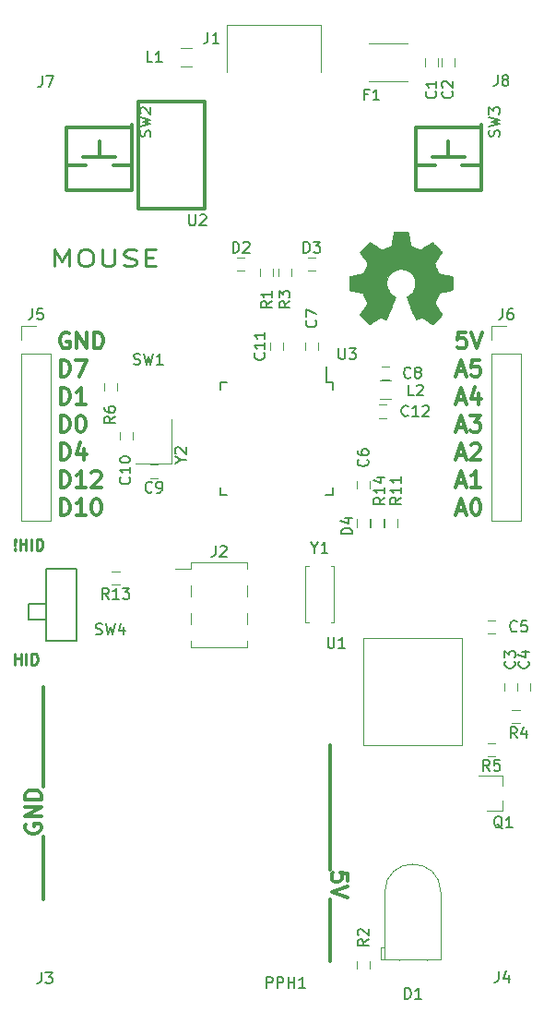
<source format=gbr>
G04 #@! TF.FileFunction,Legend,Top*
%FSLAX46Y46*%
G04 Gerber Fmt 4.6, Leading zero omitted, Abs format (unit mm)*
G04 Created by KiCad (PCBNEW 4.0.6) date Sunday, August 26, 2018 'PMt' 12:51:50 PM*
%MOMM*%
%LPD*%
G01*
G04 APERTURE LIST*
%ADD10C,0.100000*%
%ADD11C,0.250000*%
%ADD12C,0.300000*%
%ADD13C,0.120000*%
%ADD14C,0.150000*%
%ADD15C,0.010000*%
G04 APERTURE END LIST*
D10*
D11*
X113380952Y-75178571D02*
X113380952Y-73678571D01*
X114047619Y-74750000D01*
X114714286Y-73678571D01*
X114714286Y-75178571D01*
X116047619Y-73678571D02*
X116428571Y-73678571D01*
X116619047Y-73750000D01*
X116809524Y-73892857D01*
X116904762Y-74178571D01*
X116904762Y-74678571D01*
X116809524Y-74964286D01*
X116619047Y-75107143D01*
X116428571Y-75178571D01*
X116047619Y-75178571D01*
X115857143Y-75107143D01*
X115666666Y-74964286D01*
X115571428Y-74678571D01*
X115571428Y-74178571D01*
X115666666Y-73892857D01*
X115857143Y-73750000D01*
X116047619Y-73678571D01*
X117761904Y-73678571D02*
X117761904Y-74892857D01*
X117857143Y-75035714D01*
X117952381Y-75107143D01*
X118142857Y-75178571D01*
X118523809Y-75178571D01*
X118714285Y-75107143D01*
X118809524Y-75035714D01*
X118904762Y-74892857D01*
X118904762Y-73678571D01*
X119761904Y-75107143D02*
X120047619Y-75178571D01*
X120523809Y-75178571D01*
X120714285Y-75107143D01*
X120809523Y-75035714D01*
X120904762Y-74892857D01*
X120904762Y-74750000D01*
X120809523Y-74607143D01*
X120714285Y-74535714D01*
X120523809Y-74464286D01*
X120142857Y-74392857D01*
X119952381Y-74321429D01*
X119857142Y-74250000D01*
X119761904Y-74107143D01*
X119761904Y-73964286D01*
X119857142Y-73821429D01*
X119952381Y-73750000D01*
X120142857Y-73678571D01*
X120619047Y-73678571D01*
X120904762Y-73750000D01*
X121761904Y-74392857D02*
X122428571Y-74392857D01*
X122714285Y-75178571D02*
X121761904Y-75178571D01*
X121761904Y-73678571D01*
X122714285Y-73678571D01*
D12*
X138678571Y-119071430D02*
X138678571Y-120214287D01*
X138678571Y-120214287D02*
X138678571Y-121357144D01*
X138678571Y-121357144D02*
X138678571Y-122500001D01*
X138678571Y-122500001D02*
X138678571Y-123642858D01*
X138678571Y-123642858D02*
X138678571Y-124785715D01*
X138678571Y-124785715D02*
X138678571Y-125928572D01*
X138678571Y-125928572D02*
X138678571Y-127071429D01*
X138678571Y-127071429D02*
X138678571Y-128214286D01*
X138678571Y-128214286D02*
X138678571Y-129357143D01*
X138678571Y-129357143D02*
X138678571Y-130500000D01*
X140321429Y-131571429D02*
X140321429Y-130857143D01*
X139607143Y-130785714D01*
X139678571Y-130857143D01*
X139750000Y-131000000D01*
X139750000Y-131357143D01*
X139678571Y-131500000D01*
X139607143Y-131571429D01*
X139464286Y-131642857D01*
X139107143Y-131642857D01*
X138964286Y-131571429D01*
X138892857Y-131500000D01*
X138821429Y-131357143D01*
X138821429Y-131000000D01*
X138892857Y-130857143D01*
X138964286Y-130785714D01*
X140321429Y-132071428D02*
X138821429Y-132571428D01*
X140321429Y-133071428D01*
X138678571Y-133214285D02*
X138678571Y-134357142D01*
X138678571Y-134357142D02*
X138678571Y-135499999D01*
X138678571Y-135499999D02*
X138678571Y-136642856D01*
X138678571Y-136642856D02*
X138678571Y-137785713D01*
X138678571Y-137785713D02*
X138678571Y-138928570D01*
X112321429Y-133214285D02*
X112321429Y-132071428D01*
X112321429Y-132071428D02*
X112321429Y-130928571D01*
X112321429Y-130928571D02*
X112321429Y-129785714D01*
X112321429Y-129785714D02*
X112321429Y-128642857D01*
X112321429Y-128642857D02*
X112321429Y-127500000D01*
X110750000Y-126357143D02*
X110678571Y-126500000D01*
X110678571Y-126714286D01*
X110750000Y-126928571D01*
X110892857Y-127071429D01*
X111035714Y-127142857D01*
X111321429Y-127214286D01*
X111535714Y-127214286D01*
X111821429Y-127142857D01*
X111964286Y-127071429D01*
X112107143Y-126928571D01*
X112178571Y-126714286D01*
X112178571Y-126571429D01*
X112107143Y-126357143D01*
X112035714Y-126285714D01*
X111535714Y-126285714D01*
X111535714Y-126571429D01*
X112178571Y-125642857D02*
X110678571Y-125642857D01*
X112178571Y-124785714D01*
X110678571Y-124785714D01*
X112178571Y-124071428D02*
X110678571Y-124071428D01*
X110678571Y-123714285D01*
X110750000Y-123500000D01*
X110892857Y-123357142D01*
X111035714Y-123285714D01*
X111321429Y-123214285D01*
X111535714Y-123214285D01*
X111821429Y-123285714D01*
X111964286Y-123357142D01*
X112107143Y-123500000D01*
X112178571Y-123714285D01*
X112178571Y-124071428D01*
X112321429Y-122928571D02*
X112321429Y-121785714D01*
X112321429Y-121785714D02*
X112321429Y-120642857D01*
X112321429Y-120642857D02*
X112321429Y-119500000D01*
X112321429Y-119500000D02*
X112321429Y-118357143D01*
X112321429Y-118357143D02*
X112321429Y-117214286D01*
X112321429Y-117214286D02*
X112321429Y-116071429D01*
X112321429Y-116071429D02*
X112321429Y-114928572D01*
X112321429Y-114928572D02*
X112321429Y-113785715D01*
D11*
X109738095Y-101107143D02*
X109785714Y-101154762D01*
X109738095Y-101202381D01*
X109690476Y-101154762D01*
X109738095Y-101107143D01*
X109738095Y-101202381D01*
X109738095Y-100821429D02*
X109690476Y-100250000D01*
X109738095Y-100202381D01*
X109785714Y-100250000D01*
X109738095Y-100821429D01*
X109738095Y-100202381D01*
X110214285Y-101202381D02*
X110214285Y-100202381D01*
X110214285Y-100678571D02*
X110785714Y-100678571D01*
X110785714Y-101202381D02*
X110785714Y-100202381D01*
X111261904Y-101202381D02*
X111261904Y-100202381D01*
X111738094Y-101202381D02*
X111738094Y-100202381D01*
X111976189Y-100202381D01*
X112119047Y-100250000D01*
X112214285Y-100345238D01*
X112261904Y-100440476D01*
X112309523Y-100630952D01*
X112309523Y-100773810D01*
X112261904Y-100964286D01*
X112214285Y-101059524D01*
X112119047Y-101154762D01*
X111976189Y-101202381D01*
X111738094Y-101202381D01*
X109738095Y-111702381D02*
X109738095Y-110702381D01*
X109738095Y-111178571D02*
X110309524Y-111178571D01*
X110309524Y-111702381D02*
X110309524Y-110702381D01*
X110785714Y-111702381D02*
X110785714Y-110702381D01*
X111261904Y-111702381D02*
X111261904Y-110702381D01*
X111499999Y-110702381D01*
X111642857Y-110750000D01*
X111738095Y-110845238D01*
X111785714Y-110940476D01*
X111833333Y-111130952D01*
X111833333Y-111273810D01*
X111785714Y-111464286D01*
X111738095Y-111559524D01*
X111642857Y-111654762D01*
X111499999Y-111702381D01*
X111261904Y-111702381D01*
D12*
X114722857Y-81303000D02*
X114580000Y-81231571D01*
X114365714Y-81231571D01*
X114151429Y-81303000D01*
X114008571Y-81445857D01*
X113937143Y-81588714D01*
X113865714Y-81874429D01*
X113865714Y-82088714D01*
X113937143Y-82374429D01*
X114008571Y-82517286D01*
X114151429Y-82660143D01*
X114365714Y-82731571D01*
X114508571Y-82731571D01*
X114722857Y-82660143D01*
X114794286Y-82588714D01*
X114794286Y-82088714D01*
X114508571Y-82088714D01*
X115437143Y-82731571D02*
X115437143Y-81231571D01*
X116294286Y-82731571D01*
X116294286Y-81231571D01*
X117008572Y-82731571D02*
X117008572Y-81231571D01*
X117365715Y-81231571D01*
X117580000Y-81303000D01*
X117722858Y-81445857D01*
X117794286Y-81588714D01*
X117865715Y-81874429D01*
X117865715Y-82088714D01*
X117794286Y-82374429D01*
X117722858Y-82517286D01*
X117580000Y-82660143D01*
X117365715Y-82731571D01*
X117008572Y-82731571D01*
X113937143Y-85281571D02*
X113937143Y-83781571D01*
X114294286Y-83781571D01*
X114508571Y-83853000D01*
X114651429Y-83995857D01*
X114722857Y-84138714D01*
X114794286Y-84424429D01*
X114794286Y-84638714D01*
X114722857Y-84924429D01*
X114651429Y-85067286D01*
X114508571Y-85210143D01*
X114294286Y-85281571D01*
X113937143Y-85281571D01*
X115294286Y-83781571D02*
X116294286Y-83781571D01*
X115651429Y-85281571D01*
X113937143Y-87831571D02*
X113937143Y-86331571D01*
X114294286Y-86331571D01*
X114508571Y-86403000D01*
X114651429Y-86545857D01*
X114722857Y-86688714D01*
X114794286Y-86974429D01*
X114794286Y-87188714D01*
X114722857Y-87474429D01*
X114651429Y-87617286D01*
X114508571Y-87760143D01*
X114294286Y-87831571D01*
X113937143Y-87831571D01*
X116222857Y-87831571D02*
X115365714Y-87831571D01*
X115794286Y-87831571D02*
X115794286Y-86331571D01*
X115651429Y-86545857D01*
X115508571Y-86688714D01*
X115365714Y-86760143D01*
X113937143Y-90381571D02*
X113937143Y-88881571D01*
X114294286Y-88881571D01*
X114508571Y-88953000D01*
X114651429Y-89095857D01*
X114722857Y-89238714D01*
X114794286Y-89524429D01*
X114794286Y-89738714D01*
X114722857Y-90024429D01*
X114651429Y-90167286D01*
X114508571Y-90310143D01*
X114294286Y-90381571D01*
X113937143Y-90381571D01*
X115722857Y-88881571D02*
X115865714Y-88881571D01*
X116008571Y-88953000D01*
X116080000Y-89024429D01*
X116151429Y-89167286D01*
X116222857Y-89453000D01*
X116222857Y-89810143D01*
X116151429Y-90095857D01*
X116080000Y-90238714D01*
X116008571Y-90310143D01*
X115865714Y-90381571D01*
X115722857Y-90381571D01*
X115580000Y-90310143D01*
X115508571Y-90238714D01*
X115437143Y-90095857D01*
X115365714Y-89810143D01*
X115365714Y-89453000D01*
X115437143Y-89167286D01*
X115508571Y-89024429D01*
X115580000Y-88953000D01*
X115722857Y-88881571D01*
X113937143Y-92931571D02*
X113937143Y-91431571D01*
X114294286Y-91431571D01*
X114508571Y-91503000D01*
X114651429Y-91645857D01*
X114722857Y-91788714D01*
X114794286Y-92074429D01*
X114794286Y-92288714D01*
X114722857Y-92574429D01*
X114651429Y-92717286D01*
X114508571Y-92860143D01*
X114294286Y-92931571D01*
X113937143Y-92931571D01*
X116080000Y-91931571D02*
X116080000Y-92931571D01*
X115722857Y-91360143D02*
X115365714Y-92431571D01*
X116294286Y-92431571D01*
X113937143Y-95481571D02*
X113937143Y-93981571D01*
X114294286Y-93981571D01*
X114508571Y-94053000D01*
X114651429Y-94195857D01*
X114722857Y-94338714D01*
X114794286Y-94624429D01*
X114794286Y-94838714D01*
X114722857Y-95124429D01*
X114651429Y-95267286D01*
X114508571Y-95410143D01*
X114294286Y-95481571D01*
X113937143Y-95481571D01*
X116222857Y-95481571D02*
X115365714Y-95481571D01*
X115794286Y-95481571D02*
X115794286Y-93981571D01*
X115651429Y-94195857D01*
X115508571Y-94338714D01*
X115365714Y-94410143D01*
X116794285Y-94124429D02*
X116865714Y-94053000D01*
X117008571Y-93981571D01*
X117365714Y-93981571D01*
X117508571Y-94053000D01*
X117580000Y-94124429D01*
X117651428Y-94267286D01*
X117651428Y-94410143D01*
X117580000Y-94624429D01*
X116722857Y-95481571D01*
X117651428Y-95481571D01*
X113937143Y-98031571D02*
X113937143Y-96531571D01*
X114294286Y-96531571D01*
X114508571Y-96603000D01*
X114651429Y-96745857D01*
X114722857Y-96888714D01*
X114794286Y-97174429D01*
X114794286Y-97388714D01*
X114722857Y-97674429D01*
X114651429Y-97817286D01*
X114508571Y-97960143D01*
X114294286Y-98031571D01*
X113937143Y-98031571D01*
X116222857Y-98031571D02*
X115365714Y-98031571D01*
X115794286Y-98031571D02*
X115794286Y-96531571D01*
X115651429Y-96745857D01*
X115508571Y-96888714D01*
X115365714Y-96960143D01*
X117151428Y-96531571D02*
X117294285Y-96531571D01*
X117437142Y-96603000D01*
X117508571Y-96674429D01*
X117580000Y-96817286D01*
X117651428Y-97103000D01*
X117651428Y-97460143D01*
X117580000Y-97745857D01*
X117508571Y-97888714D01*
X117437142Y-97960143D01*
X117294285Y-98031571D01*
X117151428Y-98031571D01*
X117008571Y-97960143D01*
X116937142Y-97888714D01*
X116865714Y-97745857D01*
X116794285Y-97460143D01*
X116794285Y-97103000D01*
X116865714Y-96817286D01*
X116937142Y-96674429D01*
X117008571Y-96603000D01*
X117151428Y-96531571D01*
X151140287Y-81231571D02*
X150426001Y-81231571D01*
X150354572Y-81945857D01*
X150426001Y-81874429D01*
X150568858Y-81803000D01*
X150926001Y-81803000D01*
X151068858Y-81874429D01*
X151140287Y-81945857D01*
X151211715Y-82088714D01*
X151211715Y-82445857D01*
X151140287Y-82588714D01*
X151068858Y-82660143D01*
X150926001Y-82731571D01*
X150568858Y-82731571D01*
X150426001Y-82660143D01*
X150354572Y-82588714D01*
X151640286Y-81231571D02*
X152140286Y-82731571D01*
X152640286Y-81231571D01*
X150354572Y-84853000D02*
X151068858Y-84853000D01*
X150211715Y-85281571D02*
X150711715Y-83781571D01*
X151211715Y-85281571D01*
X152426001Y-83781571D02*
X151711715Y-83781571D01*
X151640286Y-84495857D01*
X151711715Y-84424429D01*
X151854572Y-84353000D01*
X152211715Y-84353000D01*
X152354572Y-84424429D01*
X152426001Y-84495857D01*
X152497429Y-84638714D01*
X152497429Y-84995857D01*
X152426001Y-85138714D01*
X152354572Y-85210143D01*
X152211715Y-85281571D01*
X151854572Y-85281571D01*
X151711715Y-85210143D01*
X151640286Y-85138714D01*
X150354572Y-87403000D02*
X151068858Y-87403000D01*
X150211715Y-87831571D02*
X150711715Y-86331571D01*
X151211715Y-87831571D01*
X152354572Y-86831571D02*
X152354572Y-87831571D01*
X151997429Y-86260143D02*
X151640286Y-87331571D01*
X152568858Y-87331571D01*
X150354572Y-89953000D02*
X151068858Y-89953000D01*
X150211715Y-90381571D02*
X150711715Y-88881571D01*
X151211715Y-90381571D01*
X151568858Y-88881571D02*
X152497429Y-88881571D01*
X151997429Y-89453000D01*
X152211715Y-89453000D01*
X152354572Y-89524429D01*
X152426001Y-89595857D01*
X152497429Y-89738714D01*
X152497429Y-90095857D01*
X152426001Y-90238714D01*
X152354572Y-90310143D01*
X152211715Y-90381571D01*
X151783143Y-90381571D01*
X151640286Y-90310143D01*
X151568858Y-90238714D01*
X150354572Y-92503000D02*
X151068858Y-92503000D01*
X150211715Y-92931571D02*
X150711715Y-91431571D01*
X151211715Y-92931571D01*
X151640286Y-91574429D02*
X151711715Y-91503000D01*
X151854572Y-91431571D01*
X152211715Y-91431571D01*
X152354572Y-91503000D01*
X152426001Y-91574429D01*
X152497429Y-91717286D01*
X152497429Y-91860143D01*
X152426001Y-92074429D01*
X151568858Y-92931571D01*
X152497429Y-92931571D01*
X150354572Y-95053000D02*
X151068858Y-95053000D01*
X150211715Y-95481571D02*
X150711715Y-93981571D01*
X151211715Y-95481571D01*
X152497429Y-95481571D02*
X151640286Y-95481571D01*
X152068858Y-95481571D02*
X152068858Y-93981571D01*
X151926001Y-94195857D01*
X151783143Y-94338714D01*
X151640286Y-94410143D01*
X150354572Y-97603000D02*
X151068858Y-97603000D01*
X150211715Y-98031571D02*
X150711715Y-96531571D01*
X151211715Y-98031571D01*
X151997429Y-96531571D02*
X152140286Y-96531571D01*
X152283143Y-96603000D01*
X152354572Y-96674429D01*
X152426001Y-96817286D01*
X152497429Y-97103000D01*
X152497429Y-97460143D01*
X152426001Y-97745857D01*
X152354572Y-97888714D01*
X152283143Y-97960143D01*
X152140286Y-98031571D01*
X151997429Y-98031571D01*
X151854572Y-97960143D01*
X151783143Y-97888714D01*
X151711715Y-97745857D01*
X151640286Y-97460143D01*
X151640286Y-97103000D01*
X151711715Y-96817286D01*
X151783143Y-96674429D01*
X151854572Y-96603000D01*
X151997429Y-96531571D01*
D13*
X148600000Y-56150000D02*
X148600000Y-56850000D01*
X147400000Y-56850000D02*
X147400000Y-56150000D01*
X150100000Y-56150000D02*
X150100000Y-56850000D01*
X148900000Y-56850000D02*
X148900000Y-56150000D01*
X154650000Y-114100000D02*
X154650000Y-113400000D01*
X155850000Y-113400000D02*
X155850000Y-114100000D01*
X155900000Y-114100000D02*
X155900000Y-113400000D01*
X157100000Y-113400000D02*
X157100000Y-114100000D01*
X153850000Y-108850000D02*
X153150000Y-108850000D01*
X153150000Y-107650000D02*
X153850000Y-107650000D01*
X142350000Y-94900000D02*
X142350000Y-95600000D01*
X141150000Y-95600000D02*
X141150000Y-94900000D01*
X137600000Y-82150000D02*
X137600000Y-82850000D01*
X136400000Y-82850000D02*
X136400000Y-82150000D01*
X144100000Y-85600000D02*
X143400000Y-85600000D01*
X143400000Y-84400000D02*
X144100000Y-84400000D01*
X122150000Y-93400000D02*
X122850000Y-93400000D01*
X122850000Y-94600000D02*
X122150000Y-94600000D01*
X119400000Y-91100000D02*
X119400000Y-90400000D01*
X120600000Y-90400000D02*
X120600000Y-91100000D01*
X134350000Y-82150000D02*
X134350000Y-82850000D01*
X133150000Y-82850000D02*
X133150000Y-82150000D01*
X143850000Y-89100000D02*
X143150000Y-89100000D01*
X143150000Y-87900000D02*
X143850000Y-87900000D01*
X130150000Y-74400000D02*
X130850000Y-74400000D01*
X130850000Y-75600000D02*
X130150000Y-75600000D01*
X137350000Y-75600000D02*
X136650000Y-75600000D01*
X136650000Y-74400000D02*
X137350000Y-74400000D01*
X145800000Y-54770000D02*
X142200000Y-54770000D01*
X142200000Y-58230000D02*
X145800000Y-58230000D01*
D10*
X137800000Y-57400000D02*
X137800000Y-53050000D01*
X137800000Y-53050000D02*
X129200000Y-53050000D01*
X129200000Y-53050000D02*
X129200000Y-57400000D01*
D13*
X125900000Y-102380000D02*
X131100000Y-102380000D01*
X125900000Y-110120000D02*
X131100000Y-110120000D01*
X124460000Y-102950000D02*
X125900000Y-102950000D01*
X125900000Y-102380000D02*
X125900000Y-102950000D01*
X131100000Y-102380000D02*
X131100000Y-102950000D01*
X125900000Y-109550000D02*
X125900000Y-110120000D01*
X131100000Y-109550000D02*
X131100000Y-110120000D01*
X125900000Y-104470000D02*
X125900000Y-105490000D01*
X131100000Y-104470000D02*
X131100000Y-105490000D01*
X125900000Y-107010000D02*
X125900000Y-108030000D01*
X131100000Y-107010000D02*
X131100000Y-108030000D01*
X125000000Y-56850000D02*
X126000000Y-56850000D01*
X126000000Y-55150000D02*
X125000000Y-55150000D01*
X144250000Y-85650000D02*
X143250000Y-85650000D01*
X143250000Y-87350000D02*
X144250000Y-87350000D01*
X154510000Y-125080000D02*
X154510000Y-124150000D01*
X154510000Y-121920000D02*
X154510000Y-122850000D01*
X154510000Y-121920000D02*
X152350000Y-121920000D01*
X154510000Y-125080000D02*
X153050000Y-125080000D01*
X133475000Y-75400000D02*
X133475000Y-76100000D01*
X132275000Y-76100000D02*
X132275000Y-75400000D01*
X141150000Y-139600000D02*
X141150000Y-138900000D01*
X142350000Y-138900000D02*
X142350000Y-139600000D01*
X135150000Y-75400000D02*
X135150000Y-76100000D01*
X133950000Y-76100000D02*
X133950000Y-75400000D01*
X156100000Y-117100000D02*
X155400000Y-117100000D01*
X155400000Y-115900000D02*
X156100000Y-115900000D01*
X153150000Y-118900000D02*
X153850000Y-118900000D01*
X153850000Y-120100000D02*
X153150000Y-120100000D01*
X119100000Y-85900000D02*
X119100000Y-86600000D01*
X117900000Y-86600000D02*
X117900000Y-85900000D01*
X144850000Y-98400000D02*
X144850000Y-99100000D01*
X143650000Y-99100000D02*
X143650000Y-98400000D01*
X120850000Y-93250000D02*
X124150000Y-93250000D01*
X124150000Y-93250000D02*
X124150000Y-89250000D01*
X139060000Y-102690000D02*
X139060000Y-107810000D01*
X136440000Y-102690000D02*
X136440000Y-107810000D01*
X139060000Y-102690000D02*
X138746000Y-102690000D01*
X136754000Y-102690000D02*
X136440000Y-102690000D01*
X139060000Y-107810000D02*
X138746000Y-107810000D01*
X136754000Y-107810000D02*
X136440000Y-107810000D01*
X142350000Y-98400000D02*
X142350000Y-99100000D01*
X141150000Y-99100000D02*
X141150000Y-98400000D01*
X118650000Y-103150000D02*
X119350000Y-103150000D01*
X119350000Y-104350000D02*
X118650000Y-104350000D01*
X142400000Y-99100000D02*
X142400000Y-98400000D01*
X143600000Y-98400000D02*
X143600000Y-99100000D01*
D14*
X112570747Y-106172398D02*
X110970747Y-106172398D01*
X110970747Y-106172398D02*
X110970747Y-107572398D01*
X110970747Y-107572398D02*
X112570747Y-107572398D01*
X112570747Y-104772398D02*
X112570747Y-102972398D01*
X112570747Y-102972398D02*
X115370747Y-102972398D01*
X115370747Y-102972398D02*
X115370747Y-109572398D01*
X115370747Y-109572398D02*
X112570747Y-109572398D01*
X112570747Y-109572398D02*
X112570747Y-104772398D01*
X138925000Y-85825000D02*
X138325000Y-85825000D01*
X138925000Y-96175000D02*
X138255000Y-96175000D01*
X128575000Y-96175000D02*
X129245000Y-96175000D01*
X128575000Y-85825000D02*
X129245000Y-85825000D01*
X138925000Y-85825000D02*
X138925000Y-86495000D01*
X128575000Y-85825000D02*
X128575000Y-86495000D01*
X128575000Y-96175000D02*
X128575000Y-95505000D01*
X138925000Y-96175000D02*
X138925000Y-95505000D01*
X138325000Y-85825000D02*
X138325000Y-84350000D01*
D13*
X143720000Y-132580000D02*
G75*
G02X148840000Y-132580000I2560000J0D01*
G01*
X148840000Y-138740000D02*
X148840000Y-132580000D01*
X143720000Y-138740000D02*
X143720000Y-132580000D01*
X148840000Y-138740000D02*
X143720000Y-138740000D01*
X143320000Y-138740000D02*
X143320000Y-137620000D01*
X143320000Y-137620000D02*
X143720000Y-137620000D01*
X143720000Y-137620000D02*
X143720000Y-138740000D01*
X143720000Y-138740000D02*
X143320000Y-138740000D01*
X147550000Y-138870000D02*
X147550000Y-138740000D01*
X147550000Y-138740000D02*
X147550000Y-138740000D01*
X147550000Y-138740000D02*
X147550000Y-138870000D01*
X147550000Y-138870000D02*
X147550000Y-138870000D01*
X145010000Y-138870000D02*
X145010000Y-138740000D01*
X145010000Y-138740000D02*
X145010000Y-138740000D01*
X145010000Y-138740000D02*
X145010000Y-138870000D01*
X145010000Y-138870000D02*
X145010000Y-138870000D01*
D12*
X123500000Y-69900000D02*
X121100000Y-69900000D01*
X121100000Y-69900000D02*
X121100000Y-60100000D01*
X121100000Y-60100000D02*
X123500000Y-60100000D01*
X127200000Y-69900000D02*
X123500000Y-69900000D01*
X127200000Y-60100000D02*
X123500000Y-60100000D01*
X127200000Y-69900000D02*
X127200000Y-60100000D01*
D13*
X110345000Y-98526000D02*
X113005000Y-98526000D01*
X110345000Y-83226000D02*
X110345000Y-98526000D01*
X113005000Y-83226000D02*
X113005000Y-98526000D01*
X110345000Y-83226000D02*
X113005000Y-83226000D01*
X110345000Y-81956000D02*
X110345000Y-80626000D01*
X110345000Y-80626000D02*
X111675000Y-80626000D01*
X153525000Y-98526000D02*
X156185000Y-98526000D01*
X153525000Y-83226000D02*
X153525000Y-98526000D01*
X156185000Y-83226000D02*
X156185000Y-98526000D01*
X153525000Y-83226000D02*
X156185000Y-83226000D01*
X153525000Y-81956000D02*
X153525000Y-80626000D01*
X153525000Y-80626000D02*
X154855000Y-80626000D01*
D10*
X141700000Y-113750000D02*
X141700000Y-119100000D01*
X141700000Y-119100000D02*
X150800000Y-119100000D01*
X150800000Y-119100000D02*
X150800000Y-113750000D01*
X141700000Y-113750000D02*
X141700000Y-109300000D01*
X141700000Y-109300000D02*
X150800000Y-109300000D01*
X150800000Y-109300000D02*
X150800000Y-113750000D01*
D15*
G36*
X145390596Y-72025019D02*
X145539764Y-72026425D01*
X145653799Y-72029026D01*
X145736297Y-72032973D01*
X145790853Y-72038415D01*
X145821062Y-72045501D01*
X145829146Y-72050792D01*
X145838125Y-72077728D01*
X145853423Y-72140842D01*
X145873887Y-72234642D01*
X145898365Y-72353638D01*
X145925703Y-72492338D01*
X145954751Y-72645251D01*
X145961302Y-72680500D01*
X145990637Y-72835901D01*
X146018623Y-72978371D01*
X146044090Y-73102405D01*
X146065870Y-73202495D01*
X146082795Y-73273136D01*
X146093697Y-73308820D01*
X146095170Y-73311431D01*
X146104439Y-73321854D01*
X146117603Y-73332309D01*
X146139473Y-73344947D01*
X146174857Y-73361915D01*
X146228564Y-73385365D01*
X146305403Y-73417443D01*
X146410185Y-73460301D01*
X146547716Y-73516087D01*
X146605056Y-73539297D01*
X146718492Y-73584271D01*
X146820511Y-73622972D01*
X146903739Y-73652739D01*
X146960806Y-73670912D01*
X146982047Y-73675333D01*
X147002425Y-73669429D01*
X147039411Y-73650674D01*
X147095390Y-73617507D01*
X147172751Y-73568366D01*
X147273880Y-73501689D01*
X147401165Y-73415913D01*
X147556992Y-73309478D01*
X147743750Y-73180820D01*
X147847372Y-73109125D01*
X147927137Y-73055413D01*
X147995556Y-73012187D01*
X148044406Y-72984469D01*
X148063993Y-72976834D01*
X148084919Y-72991283D01*
X148131635Y-73032149D01*
X148200205Y-73095709D01*
X148286694Y-73178238D01*
X148387164Y-73276012D01*
X148497680Y-73385309D01*
X148531699Y-73419281D01*
X148676030Y-73565043D01*
X148790002Y-73683091D01*
X148874441Y-73774340D01*
X148930175Y-73839704D01*
X148958031Y-73880096D01*
X148961397Y-73893972D01*
X148946523Y-73919324D01*
X148910770Y-73974652D01*
X148857366Y-74055134D01*
X148789537Y-74155948D01*
X148710511Y-74272270D01*
X148623513Y-74399276D01*
X148616606Y-74409316D01*
X148529233Y-74537031D01*
X148449778Y-74654579D01*
X148381439Y-74757117D01*
X148327415Y-74839797D01*
X148290906Y-74897775D01*
X148275110Y-74926204D01*
X148274845Y-74927023D01*
X148280490Y-74954982D01*
X148301003Y-75015610D01*
X148333949Y-75102942D01*
X148376893Y-75211011D01*
X148427400Y-75333851D01*
X148483034Y-75465498D01*
X148541361Y-75599983D01*
X148599945Y-75731343D01*
X148629816Y-75796680D01*
X148640508Y-75817618D01*
X148654336Y-75835269D01*
X148675788Y-75850902D01*
X148709351Y-75865786D01*
X148759510Y-75881191D01*
X148830755Y-75898386D01*
X148927571Y-75918640D01*
X149054445Y-75943223D01*
X149215866Y-75973405D01*
X149327500Y-75994052D01*
X149474313Y-76021771D01*
X149607983Y-76048157D01*
X149722662Y-76071964D01*
X149812504Y-76091946D01*
X149871664Y-76106855D01*
X149893708Y-76114795D01*
X149902471Y-76142457D01*
X149909652Y-76205840D01*
X149915270Y-76298364D01*
X149919339Y-76413448D01*
X149921877Y-76544510D01*
X149922900Y-76684969D01*
X149922425Y-76828243D01*
X149920469Y-76967752D01*
X149917047Y-77096914D01*
X149912177Y-77209148D01*
X149905876Y-77297873D01*
X149898159Y-77356507D01*
X149890526Y-77377749D01*
X149862536Y-77387995D01*
X149798593Y-77404443D01*
X149704415Y-77425846D01*
X149585723Y-77450955D01*
X149448234Y-77478523D01*
X149297668Y-77507300D01*
X149292567Y-77508251D01*
X149113321Y-77542197D01*
X148971788Y-77570355D01*
X148863895Y-77593709D01*
X148785566Y-77613244D01*
X148732728Y-77629946D01*
X148701307Y-77644799D01*
X148690566Y-77653775D01*
X148672036Y-77685960D01*
X148641768Y-77750227D01*
X148602611Y-77839467D01*
X148557417Y-77946571D01*
X148509038Y-78064429D01*
X148460323Y-78185932D01*
X148414123Y-78303971D01*
X148373291Y-78411436D01*
X148340676Y-78501219D01*
X148319129Y-78566209D01*
X148311500Y-78599043D01*
X148315293Y-78617281D01*
X148328040Y-78646059D01*
X148351786Y-78688532D01*
X148388579Y-78747856D01*
X148440466Y-78827187D01*
X148509495Y-78929681D01*
X148597713Y-79058493D01*
X148707166Y-79216780D01*
X148783619Y-79326834D01*
X148845961Y-79418099D01*
X148899490Y-79499544D01*
X148939424Y-79563662D01*
X148960982Y-79602946D01*
X148963104Y-79608586D01*
X148957164Y-79629863D01*
X148930904Y-79668384D01*
X148882335Y-79726377D01*
X148809469Y-79806075D01*
X148710315Y-79909706D01*
X148582884Y-80039500D01*
X148541848Y-80080853D01*
X148414002Y-80208906D01*
X148312102Y-80309502D01*
X148232716Y-80385660D01*
X148172406Y-80440398D01*
X148127739Y-80476734D01*
X148095277Y-80497687D01*
X148071587Y-80506275D01*
X148057500Y-80506416D01*
X148026142Y-80492407D01*
X147965483Y-80457347D01*
X147880807Y-80404591D01*
X147777402Y-80337498D01*
X147660551Y-80259424D01*
X147555578Y-80187608D01*
X147432111Y-80103401D01*
X147318156Y-80027870D01*
X147218870Y-79964262D01*
X147139414Y-79915820D01*
X147084947Y-79885791D01*
X147062069Y-79877167D01*
X147025369Y-79887056D01*
X146962205Y-79913704D01*
X146882706Y-79952580D01*
X146826667Y-79982481D01*
X146743238Y-80027313D01*
X146671116Y-80063879D01*
X146619869Y-80087449D01*
X146602018Y-80093606D01*
X146592073Y-80092329D01*
X146580384Y-80083152D01*
X146565547Y-80062984D01*
X146546154Y-80028734D01*
X146520801Y-79977310D01*
X146488082Y-79905621D01*
X146446591Y-79810577D01*
X146394921Y-79689087D01*
X146331668Y-79538058D01*
X146255426Y-79354401D01*
X146164788Y-79135024D01*
X146152230Y-79104584D01*
X146089324Y-78952203D01*
X146021232Y-78787480D01*
X145953382Y-78623534D01*
X145891204Y-78473483D01*
X145843465Y-78358477D01*
X145799218Y-78248917D01*
X145762505Y-78152010D01*
X145735826Y-78074860D01*
X145721682Y-78024569D01*
X145720543Y-78009227D01*
X145743335Y-77985104D01*
X145791901Y-77947990D01*
X145851413Y-77908667D01*
X145921175Y-77859486D01*
X146005668Y-77791178D01*
X146090665Y-77715492D01*
X146123388Y-77684039D01*
X146274746Y-77505669D01*
X146389602Y-77307125D01*
X146466772Y-77091573D01*
X146505072Y-76862179D01*
X146506278Y-76660156D01*
X146471134Y-76431875D01*
X146398209Y-76217767D01*
X146290766Y-76021633D01*
X146152067Y-75847273D01*
X145985375Y-75698487D01*
X145793952Y-75579077D01*
X145581062Y-75492843D01*
X145481571Y-75466422D01*
X145255019Y-75435399D01*
X145035147Y-75443149D01*
X144825057Y-75486517D01*
X144627847Y-75562351D01*
X144446618Y-75667498D01*
X144284472Y-75798805D01*
X144144507Y-75953120D01*
X144029824Y-76127291D01*
X143943524Y-76318163D01*
X143888707Y-76522584D01*
X143868473Y-76737402D01*
X143885922Y-76959463D01*
X143908258Y-77066371D01*
X143947921Y-77201886D01*
X143996526Y-77319370D01*
X144061987Y-77435558D01*
X144131405Y-77538250D01*
X144196862Y-77624314D01*
X144264028Y-77697895D01*
X144342650Y-77768000D01*
X144442474Y-77843636D01*
X144521620Y-77898853D01*
X144581187Y-77939087D01*
X144623324Y-77971033D01*
X144648393Y-78001771D01*
X144656754Y-78038379D01*
X144648769Y-78087937D01*
X144624801Y-78157525D01*
X144585210Y-78254220D01*
X144544690Y-78350683D01*
X144501959Y-78453145D01*
X144448221Y-78582323D01*
X144386140Y-78731783D01*
X144318384Y-78895088D01*
X144247616Y-79065803D01*
X144176503Y-79237491D01*
X144107710Y-79403716D01*
X144043903Y-79558044D01*
X143987747Y-79694037D01*
X143941907Y-79805260D01*
X143909050Y-79885277D01*
X143903714Y-79898334D01*
X143870739Y-79976260D01*
X143841411Y-80040501D01*
X143821035Y-80079562D01*
X143818105Y-80083862D01*
X143800059Y-80091257D01*
X143764326Y-80083686D01*
X143705403Y-80059099D01*
X143617791Y-80015446D01*
X143576722Y-79993904D01*
X143486650Y-79947842D01*
X143407546Y-79910349D01*
X143348323Y-79885461D01*
X143318890Y-79877167D01*
X143302090Y-79881258D01*
X143273492Y-79894831D01*
X143230108Y-79919833D01*
X143168948Y-79958211D01*
X143087023Y-80011912D01*
X142981344Y-80082886D01*
X142848921Y-80173078D01*
X142686765Y-80284436D01*
X142566591Y-80367307D01*
X142481744Y-80423831D01*
X142406729Y-80470035D01*
X142349785Y-80501089D01*
X142319475Y-80512167D01*
X142295395Y-80497742D01*
X142245666Y-80456975D01*
X142174403Y-80393628D01*
X142085723Y-80311460D01*
X141983739Y-80214234D01*
X141872569Y-80105709D01*
X141846675Y-80080084D01*
X141735479Y-79969077D01*
X141634762Y-79867214D01*
X141548291Y-79778412D01*
X141479833Y-79706584D01*
X141433153Y-79655647D01*
X141412019Y-79629515D01*
X141411166Y-79627376D01*
X141422363Y-79600373D01*
X141451590Y-79550203D01*
X141488814Y-79493250D01*
X141524825Y-79440695D01*
X141579741Y-79360650D01*
X141648487Y-79260512D01*
X141725985Y-79147676D01*
X141807157Y-79029538D01*
X141819543Y-79011516D01*
X141895161Y-78899433D01*
X141961740Y-78796806D01*
X142015695Y-78709491D01*
X142053438Y-78643343D01*
X142071382Y-78604219D01*
X142072370Y-78598766D01*
X142064650Y-78567005D01*
X142043135Y-78502203D01*
X142010070Y-78410497D01*
X141967701Y-78298022D01*
X141918272Y-78170914D01*
X141887981Y-78094722D01*
X141820698Y-77929597D01*
X141766225Y-77802271D01*
X141723519Y-77710542D01*
X141691540Y-77652205D01*
X141669245Y-77625057D01*
X141664979Y-77622858D01*
X141634388Y-77615767D01*
X141568083Y-77602100D01*
X141471968Y-77583017D01*
X141351951Y-77559679D01*
X141213936Y-77533244D01*
X141070422Y-77506110D01*
X140922041Y-77477709D01*
X140787270Y-77450917D01*
X140671738Y-77426934D01*
X140581075Y-77406960D01*
X140520911Y-77392194D01*
X140496961Y-77383928D01*
X140492672Y-77359033D01*
X140489127Y-77297183D01*
X140486425Y-77203753D01*
X140484667Y-77084117D01*
X140483953Y-76943647D01*
X140484382Y-76787719D01*
X140484804Y-76732538D01*
X140490416Y-76098917D01*
X141093666Y-75985927D01*
X141248896Y-75956188D01*
X141391058Y-75927684D01*
X141514678Y-75901613D01*
X141614281Y-75879173D01*
X141684391Y-75861565D01*
X141719536Y-75849985D01*
X141722054Y-75848344D01*
X141738546Y-75821040D01*
X141767843Y-75761602D01*
X141806926Y-75677078D01*
X141852776Y-75574517D01*
X141902376Y-75460966D01*
X141952706Y-75343476D01*
X142000748Y-75229095D01*
X142043483Y-75124871D01*
X142077892Y-75037854D01*
X142100957Y-74975091D01*
X142109659Y-74943631D01*
X142109666Y-74943251D01*
X142098058Y-74917324D01*
X142065248Y-74861381D01*
X142014254Y-74780122D01*
X141948096Y-74678248D01*
X141869794Y-74560462D01*
X141782367Y-74431464D01*
X141760416Y-74399438D01*
X141671477Y-74269371D01*
X141590888Y-74150393D01*
X141521645Y-74047017D01*
X141466743Y-73963754D01*
X141429179Y-73905118D01*
X141411947Y-73875621D01*
X141411166Y-73873301D01*
X141425702Y-73852665D01*
X141466250Y-73807321D01*
X141528218Y-73741811D01*
X141607017Y-73660678D01*
X141698057Y-73568464D01*
X141796746Y-73469714D01*
X141898494Y-73368968D01*
X141998711Y-73270771D01*
X142092807Y-73179665D01*
X142176190Y-73100192D01*
X142244271Y-73036895D01*
X142292459Y-72994317D01*
X142316164Y-72977001D01*
X142317049Y-72976833D01*
X142341015Y-72988411D01*
X142395123Y-73021139D01*
X142474754Y-73072009D01*
X142575287Y-73138015D01*
X142692100Y-73216149D01*
X142820573Y-73303404D01*
X142853670Y-73326083D01*
X142985275Y-73415367D01*
X143107409Y-73496221D01*
X143215255Y-73565612D01*
X143303995Y-73620510D01*
X143368811Y-73657881D01*
X143404885Y-73674693D01*
X143408618Y-73675333D01*
X143446215Y-73667438D01*
X143512644Y-73646039D01*
X143597941Y-73614572D01*
X143676519Y-73583022D01*
X143793188Y-73534599D01*
X143921463Y-73481596D01*
X144041184Y-73432333D01*
X144092724Y-73411220D01*
X144176939Y-73374002D01*
X144245714Y-73338369D01*
X144289784Y-73309404D01*
X144300587Y-73297157D01*
X144307819Y-73268078D01*
X144321652Y-73202967D01*
X144340973Y-73107414D01*
X144364673Y-72987012D01*
X144391640Y-72847353D01*
X144420762Y-72694029D01*
X144426811Y-72661876D01*
X144462499Y-72476542D01*
X144494352Y-72320544D01*
X144521758Y-72196568D01*
X144544102Y-72107300D01*
X144560772Y-72055424D01*
X144568198Y-72043075D01*
X144596043Y-72038405D01*
X144660587Y-72034160D01*
X144756195Y-72030503D01*
X144877233Y-72027597D01*
X145018068Y-72025607D01*
X145173066Y-72024695D01*
X145202699Y-72024658D01*
X145390596Y-72025019D01*
X145390596Y-72025019D01*
G37*
X145390596Y-72025019D02*
X145539764Y-72026425D01*
X145653799Y-72029026D01*
X145736297Y-72032973D01*
X145790853Y-72038415D01*
X145821062Y-72045501D01*
X145829146Y-72050792D01*
X145838125Y-72077728D01*
X145853423Y-72140842D01*
X145873887Y-72234642D01*
X145898365Y-72353638D01*
X145925703Y-72492338D01*
X145954751Y-72645251D01*
X145961302Y-72680500D01*
X145990637Y-72835901D01*
X146018623Y-72978371D01*
X146044090Y-73102405D01*
X146065870Y-73202495D01*
X146082795Y-73273136D01*
X146093697Y-73308820D01*
X146095170Y-73311431D01*
X146104439Y-73321854D01*
X146117603Y-73332309D01*
X146139473Y-73344947D01*
X146174857Y-73361915D01*
X146228564Y-73385365D01*
X146305403Y-73417443D01*
X146410185Y-73460301D01*
X146547716Y-73516087D01*
X146605056Y-73539297D01*
X146718492Y-73584271D01*
X146820511Y-73622972D01*
X146903739Y-73652739D01*
X146960806Y-73670912D01*
X146982047Y-73675333D01*
X147002425Y-73669429D01*
X147039411Y-73650674D01*
X147095390Y-73617507D01*
X147172751Y-73568366D01*
X147273880Y-73501689D01*
X147401165Y-73415913D01*
X147556992Y-73309478D01*
X147743750Y-73180820D01*
X147847372Y-73109125D01*
X147927137Y-73055413D01*
X147995556Y-73012187D01*
X148044406Y-72984469D01*
X148063993Y-72976834D01*
X148084919Y-72991283D01*
X148131635Y-73032149D01*
X148200205Y-73095709D01*
X148286694Y-73178238D01*
X148387164Y-73276012D01*
X148497680Y-73385309D01*
X148531699Y-73419281D01*
X148676030Y-73565043D01*
X148790002Y-73683091D01*
X148874441Y-73774340D01*
X148930175Y-73839704D01*
X148958031Y-73880096D01*
X148961397Y-73893972D01*
X148946523Y-73919324D01*
X148910770Y-73974652D01*
X148857366Y-74055134D01*
X148789537Y-74155948D01*
X148710511Y-74272270D01*
X148623513Y-74399276D01*
X148616606Y-74409316D01*
X148529233Y-74537031D01*
X148449778Y-74654579D01*
X148381439Y-74757117D01*
X148327415Y-74839797D01*
X148290906Y-74897775D01*
X148275110Y-74926204D01*
X148274845Y-74927023D01*
X148280490Y-74954982D01*
X148301003Y-75015610D01*
X148333949Y-75102942D01*
X148376893Y-75211011D01*
X148427400Y-75333851D01*
X148483034Y-75465498D01*
X148541361Y-75599983D01*
X148599945Y-75731343D01*
X148629816Y-75796680D01*
X148640508Y-75817618D01*
X148654336Y-75835269D01*
X148675788Y-75850902D01*
X148709351Y-75865786D01*
X148759510Y-75881191D01*
X148830755Y-75898386D01*
X148927571Y-75918640D01*
X149054445Y-75943223D01*
X149215866Y-75973405D01*
X149327500Y-75994052D01*
X149474313Y-76021771D01*
X149607983Y-76048157D01*
X149722662Y-76071964D01*
X149812504Y-76091946D01*
X149871664Y-76106855D01*
X149893708Y-76114795D01*
X149902471Y-76142457D01*
X149909652Y-76205840D01*
X149915270Y-76298364D01*
X149919339Y-76413448D01*
X149921877Y-76544510D01*
X149922900Y-76684969D01*
X149922425Y-76828243D01*
X149920469Y-76967752D01*
X149917047Y-77096914D01*
X149912177Y-77209148D01*
X149905876Y-77297873D01*
X149898159Y-77356507D01*
X149890526Y-77377749D01*
X149862536Y-77387995D01*
X149798593Y-77404443D01*
X149704415Y-77425846D01*
X149585723Y-77450955D01*
X149448234Y-77478523D01*
X149297668Y-77507300D01*
X149292567Y-77508251D01*
X149113321Y-77542197D01*
X148971788Y-77570355D01*
X148863895Y-77593709D01*
X148785566Y-77613244D01*
X148732728Y-77629946D01*
X148701307Y-77644799D01*
X148690566Y-77653775D01*
X148672036Y-77685960D01*
X148641768Y-77750227D01*
X148602611Y-77839467D01*
X148557417Y-77946571D01*
X148509038Y-78064429D01*
X148460323Y-78185932D01*
X148414123Y-78303971D01*
X148373291Y-78411436D01*
X148340676Y-78501219D01*
X148319129Y-78566209D01*
X148311500Y-78599043D01*
X148315293Y-78617281D01*
X148328040Y-78646059D01*
X148351786Y-78688532D01*
X148388579Y-78747856D01*
X148440466Y-78827187D01*
X148509495Y-78929681D01*
X148597713Y-79058493D01*
X148707166Y-79216780D01*
X148783619Y-79326834D01*
X148845961Y-79418099D01*
X148899490Y-79499544D01*
X148939424Y-79563662D01*
X148960982Y-79602946D01*
X148963104Y-79608586D01*
X148957164Y-79629863D01*
X148930904Y-79668384D01*
X148882335Y-79726377D01*
X148809469Y-79806075D01*
X148710315Y-79909706D01*
X148582884Y-80039500D01*
X148541848Y-80080853D01*
X148414002Y-80208906D01*
X148312102Y-80309502D01*
X148232716Y-80385660D01*
X148172406Y-80440398D01*
X148127739Y-80476734D01*
X148095277Y-80497687D01*
X148071587Y-80506275D01*
X148057500Y-80506416D01*
X148026142Y-80492407D01*
X147965483Y-80457347D01*
X147880807Y-80404591D01*
X147777402Y-80337498D01*
X147660551Y-80259424D01*
X147555578Y-80187608D01*
X147432111Y-80103401D01*
X147318156Y-80027870D01*
X147218870Y-79964262D01*
X147139414Y-79915820D01*
X147084947Y-79885791D01*
X147062069Y-79877167D01*
X147025369Y-79887056D01*
X146962205Y-79913704D01*
X146882706Y-79952580D01*
X146826667Y-79982481D01*
X146743238Y-80027313D01*
X146671116Y-80063879D01*
X146619869Y-80087449D01*
X146602018Y-80093606D01*
X146592073Y-80092329D01*
X146580384Y-80083152D01*
X146565547Y-80062984D01*
X146546154Y-80028734D01*
X146520801Y-79977310D01*
X146488082Y-79905621D01*
X146446591Y-79810577D01*
X146394921Y-79689087D01*
X146331668Y-79538058D01*
X146255426Y-79354401D01*
X146164788Y-79135024D01*
X146152230Y-79104584D01*
X146089324Y-78952203D01*
X146021232Y-78787480D01*
X145953382Y-78623534D01*
X145891204Y-78473483D01*
X145843465Y-78358477D01*
X145799218Y-78248917D01*
X145762505Y-78152010D01*
X145735826Y-78074860D01*
X145721682Y-78024569D01*
X145720543Y-78009227D01*
X145743335Y-77985104D01*
X145791901Y-77947990D01*
X145851413Y-77908667D01*
X145921175Y-77859486D01*
X146005668Y-77791178D01*
X146090665Y-77715492D01*
X146123388Y-77684039D01*
X146274746Y-77505669D01*
X146389602Y-77307125D01*
X146466772Y-77091573D01*
X146505072Y-76862179D01*
X146506278Y-76660156D01*
X146471134Y-76431875D01*
X146398209Y-76217767D01*
X146290766Y-76021633D01*
X146152067Y-75847273D01*
X145985375Y-75698487D01*
X145793952Y-75579077D01*
X145581062Y-75492843D01*
X145481571Y-75466422D01*
X145255019Y-75435399D01*
X145035147Y-75443149D01*
X144825057Y-75486517D01*
X144627847Y-75562351D01*
X144446618Y-75667498D01*
X144284472Y-75798805D01*
X144144507Y-75953120D01*
X144029824Y-76127291D01*
X143943524Y-76318163D01*
X143888707Y-76522584D01*
X143868473Y-76737402D01*
X143885922Y-76959463D01*
X143908258Y-77066371D01*
X143947921Y-77201886D01*
X143996526Y-77319370D01*
X144061987Y-77435558D01*
X144131405Y-77538250D01*
X144196862Y-77624314D01*
X144264028Y-77697895D01*
X144342650Y-77768000D01*
X144442474Y-77843636D01*
X144521620Y-77898853D01*
X144581187Y-77939087D01*
X144623324Y-77971033D01*
X144648393Y-78001771D01*
X144656754Y-78038379D01*
X144648769Y-78087937D01*
X144624801Y-78157525D01*
X144585210Y-78254220D01*
X144544690Y-78350683D01*
X144501959Y-78453145D01*
X144448221Y-78582323D01*
X144386140Y-78731783D01*
X144318384Y-78895088D01*
X144247616Y-79065803D01*
X144176503Y-79237491D01*
X144107710Y-79403716D01*
X144043903Y-79558044D01*
X143987747Y-79694037D01*
X143941907Y-79805260D01*
X143909050Y-79885277D01*
X143903714Y-79898334D01*
X143870739Y-79976260D01*
X143841411Y-80040501D01*
X143821035Y-80079562D01*
X143818105Y-80083862D01*
X143800059Y-80091257D01*
X143764326Y-80083686D01*
X143705403Y-80059099D01*
X143617791Y-80015446D01*
X143576722Y-79993904D01*
X143486650Y-79947842D01*
X143407546Y-79910349D01*
X143348323Y-79885461D01*
X143318890Y-79877167D01*
X143302090Y-79881258D01*
X143273492Y-79894831D01*
X143230108Y-79919833D01*
X143168948Y-79958211D01*
X143087023Y-80011912D01*
X142981344Y-80082886D01*
X142848921Y-80173078D01*
X142686765Y-80284436D01*
X142566591Y-80367307D01*
X142481744Y-80423831D01*
X142406729Y-80470035D01*
X142349785Y-80501089D01*
X142319475Y-80512167D01*
X142295395Y-80497742D01*
X142245666Y-80456975D01*
X142174403Y-80393628D01*
X142085723Y-80311460D01*
X141983739Y-80214234D01*
X141872569Y-80105709D01*
X141846675Y-80080084D01*
X141735479Y-79969077D01*
X141634762Y-79867214D01*
X141548291Y-79778412D01*
X141479833Y-79706584D01*
X141433153Y-79655647D01*
X141412019Y-79629515D01*
X141411166Y-79627376D01*
X141422363Y-79600373D01*
X141451590Y-79550203D01*
X141488814Y-79493250D01*
X141524825Y-79440695D01*
X141579741Y-79360650D01*
X141648487Y-79260512D01*
X141725985Y-79147676D01*
X141807157Y-79029538D01*
X141819543Y-79011516D01*
X141895161Y-78899433D01*
X141961740Y-78796806D01*
X142015695Y-78709491D01*
X142053438Y-78643343D01*
X142071382Y-78604219D01*
X142072370Y-78598766D01*
X142064650Y-78567005D01*
X142043135Y-78502203D01*
X142010070Y-78410497D01*
X141967701Y-78298022D01*
X141918272Y-78170914D01*
X141887981Y-78094722D01*
X141820698Y-77929597D01*
X141766225Y-77802271D01*
X141723519Y-77710542D01*
X141691540Y-77652205D01*
X141669245Y-77625057D01*
X141664979Y-77622858D01*
X141634388Y-77615767D01*
X141568083Y-77602100D01*
X141471968Y-77583017D01*
X141351951Y-77559679D01*
X141213936Y-77533244D01*
X141070422Y-77506110D01*
X140922041Y-77477709D01*
X140787270Y-77450917D01*
X140671738Y-77426934D01*
X140581075Y-77406960D01*
X140520911Y-77392194D01*
X140496961Y-77383928D01*
X140492672Y-77359033D01*
X140489127Y-77297183D01*
X140486425Y-77203753D01*
X140484667Y-77084117D01*
X140483953Y-76943647D01*
X140484382Y-76787719D01*
X140484804Y-76732538D01*
X140490416Y-76098917D01*
X141093666Y-75985927D01*
X141248896Y-75956188D01*
X141391058Y-75927684D01*
X141514678Y-75901613D01*
X141614281Y-75879173D01*
X141684391Y-75861565D01*
X141719536Y-75849985D01*
X141722054Y-75848344D01*
X141738546Y-75821040D01*
X141767843Y-75761602D01*
X141806926Y-75677078D01*
X141852776Y-75574517D01*
X141902376Y-75460966D01*
X141952706Y-75343476D01*
X142000748Y-75229095D01*
X142043483Y-75124871D01*
X142077892Y-75037854D01*
X142100957Y-74975091D01*
X142109659Y-74943631D01*
X142109666Y-74943251D01*
X142098058Y-74917324D01*
X142065248Y-74861381D01*
X142014254Y-74780122D01*
X141948096Y-74678248D01*
X141869794Y-74560462D01*
X141782367Y-74431464D01*
X141760416Y-74399438D01*
X141671477Y-74269371D01*
X141590888Y-74150393D01*
X141521645Y-74047017D01*
X141466743Y-73963754D01*
X141429179Y-73905118D01*
X141411947Y-73875621D01*
X141411166Y-73873301D01*
X141425702Y-73852665D01*
X141466250Y-73807321D01*
X141528218Y-73741811D01*
X141607017Y-73660678D01*
X141698057Y-73568464D01*
X141796746Y-73469714D01*
X141898494Y-73368968D01*
X141998711Y-73270771D01*
X142092807Y-73179665D01*
X142176190Y-73100192D01*
X142244271Y-73036895D01*
X142292459Y-72994317D01*
X142316164Y-72977001D01*
X142317049Y-72976833D01*
X142341015Y-72988411D01*
X142395123Y-73021139D01*
X142474754Y-73072009D01*
X142575287Y-73138015D01*
X142692100Y-73216149D01*
X142820573Y-73303404D01*
X142853670Y-73326083D01*
X142985275Y-73415367D01*
X143107409Y-73496221D01*
X143215255Y-73565612D01*
X143303995Y-73620510D01*
X143368811Y-73657881D01*
X143404885Y-73674693D01*
X143408618Y-73675333D01*
X143446215Y-73667438D01*
X143512644Y-73646039D01*
X143597941Y-73614572D01*
X143676519Y-73583022D01*
X143793188Y-73534599D01*
X143921463Y-73481596D01*
X144041184Y-73432333D01*
X144092724Y-73411220D01*
X144176939Y-73374002D01*
X144245714Y-73338369D01*
X144289784Y-73309404D01*
X144300587Y-73297157D01*
X144307819Y-73268078D01*
X144321652Y-73202967D01*
X144340973Y-73107414D01*
X144364673Y-72987012D01*
X144391640Y-72847353D01*
X144420762Y-72694029D01*
X144426811Y-72661876D01*
X144462499Y-72476542D01*
X144494352Y-72320544D01*
X144521758Y-72196568D01*
X144544102Y-72107300D01*
X144560772Y-72055424D01*
X144568198Y-72043075D01*
X144596043Y-72038405D01*
X144660587Y-72034160D01*
X144756195Y-72030503D01*
X144877233Y-72027597D01*
X145018068Y-72025607D01*
X145173066Y-72024695D01*
X145202699Y-72024658D01*
X145390596Y-72025019D01*
D12*
X117500000Y-65200000D02*
X117500000Y-63700000D01*
X119000000Y-65200000D02*
X116000000Y-65200000D01*
X120250000Y-65950000D02*
X118750000Y-65950000D01*
X114500000Y-65950000D02*
X116250000Y-65950000D01*
X120500000Y-62450000D02*
X114500000Y-62450000D01*
X114500000Y-62450000D02*
X114500000Y-68200000D01*
X114500000Y-68200000D02*
X120500000Y-68200000D01*
X120500000Y-68200000D02*
X120500000Y-62200000D01*
X149550000Y-65200000D02*
X149550000Y-63700000D01*
X151050000Y-65200000D02*
X148050000Y-65200000D01*
X152300000Y-65950000D02*
X150800000Y-65950000D01*
X146550000Y-65950000D02*
X148300000Y-65950000D01*
X152550000Y-62450000D02*
X146550000Y-62450000D01*
X146550000Y-62450000D02*
X146550000Y-68200000D01*
X146550000Y-68200000D02*
X152550000Y-68200000D01*
X152550000Y-68200000D02*
X152550000Y-62200000D01*
D14*
X148357143Y-59166666D02*
X148404762Y-59214285D01*
X148452381Y-59357142D01*
X148452381Y-59452380D01*
X148404762Y-59595238D01*
X148309524Y-59690476D01*
X148214286Y-59738095D01*
X148023810Y-59785714D01*
X147880952Y-59785714D01*
X147690476Y-59738095D01*
X147595238Y-59690476D01*
X147500000Y-59595238D01*
X147452381Y-59452380D01*
X147452381Y-59357142D01*
X147500000Y-59214285D01*
X147547619Y-59166666D01*
X148452381Y-58214285D02*
X148452381Y-58785714D01*
X148452381Y-58500000D02*
X147452381Y-58500000D01*
X147595238Y-58595238D01*
X147690476Y-58690476D01*
X147738095Y-58785714D01*
X149857143Y-59166666D02*
X149904762Y-59214285D01*
X149952381Y-59357142D01*
X149952381Y-59452380D01*
X149904762Y-59595238D01*
X149809524Y-59690476D01*
X149714286Y-59738095D01*
X149523810Y-59785714D01*
X149380952Y-59785714D01*
X149190476Y-59738095D01*
X149095238Y-59690476D01*
X149000000Y-59595238D01*
X148952381Y-59452380D01*
X148952381Y-59357142D01*
X149000000Y-59214285D01*
X149047619Y-59166666D01*
X149047619Y-58785714D02*
X149000000Y-58738095D01*
X148952381Y-58642857D01*
X148952381Y-58404761D01*
X149000000Y-58309523D01*
X149047619Y-58261904D01*
X149142857Y-58214285D01*
X149238095Y-58214285D01*
X149380952Y-58261904D01*
X149952381Y-58833333D01*
X149952381Y-58214285D01*
X155607143Y-111416666D02*
X155654762Y-111464285D01*
X155702381Y-111607142D01*
X155702381Y-111702380D01*
X155654762Y-111845238D01*
X155559524Y-111940476D01*
X155464286Y-111988095D01*
X155273810Y-112035714D01*
X155130952Y-112035714D01*
X154940476Y-111988095D01*
X154845238Y-111940476D01*
X154750000Y-111845238D01*
X154702381Y-111702380D01*
X154702381Y-111607142D01*
X154750000Y-111464285D01*
X154797619Y-111416666D01*
X154702381Y-111083333D02*
X154702381Y-110464285D01*
X155083333Y-110797619D01*
X155083333Y-110654761D01*
X155130952Y-110559523D01*
X155178571Y-110511904D01*
X155273810Y-110464285D01*
X155511905Y-110464285D01*
X155607143Y-110511904D01*
X155654762Y-110559523D01*
X155702381Y-110654761D01*
X155702381Y-110940476D01*
X155654762Y-111035714D01*
X155607143Y-111083333D01*
X156857143Y-111416666D02*
X156904762Y-111464285D01*
X156952381Y-111607142D01*
X156952381Y-111702380D01*
X156904762Y-111845238D01*
X156809524Y-111940476D01*
X156714286Y-111988095D01*
X156523810Y-112035714D01*
X156380952Y-112035714D01*
X156190476Y-111988095D01*
X156095238Y-111940476D01*
X156000000Y-111845238D01*
X155952381Y-111702380D01*
X155952381Y-111607142D01*
X156000000Y-111464285D01*
X156047619Y-111416666D01*
X156285714Y-110559523D02*
X156952381Y-110559523D01*
X155904762Y-110797619D02*
X156619048Y-111035714D01*
X156619048Y-110416666D01*
X155833334Y-108607143D02*
X155785715Y-108654762D01*
X155642858Y-108702381D01*
X155547620Y-108702381D01*
X155404762Y-108654762D01*
X155309524Y-108559524D01*
X155261905Y-108464286D01*
X155214286Y-108273810D01*
X155214286Y-108130952D01*
X155261905Y-107940476D01*
X155309524Y-107845238D01*
X155404762Y-107750000D01*
X155547620Y-107702381D01*
X155642858Y-107702381D01*
X155785715Y-107750000D01*
X155833334Y-107797619D01*
X156738096Y-107702381D02*
X156261905Y-107702381D01*
X156214286Y-108178571D01*
X156261905Y-108130952D01*
X156357143Y-108083333D01*
X156595239Y-108083333D01*
X156690477Y-108130952D01*
X156738096Y-108178571D01*
X156785715Y-108273810D01*
X156785715Y-108511905D01*
X156738096Y-108607143D01*
X156690477Y-108654762D01*
X156595239Y-108702381D01*
X156357143Y-108702381D01*
X156261905Y-108654762D01*
X156214286Y-108607143D01*
X142107143Y-92916666D02*
X142154762Y-92964285D01*
X142202381Y-93107142D01*
X142202381Y-93202380D01*
X142154762Y-93345238D01*
X142059524Y-93440476D01*
X141964286Y-93488095D01*
X141773810Y-93535714D01*
X141630952Y-93535714D01*
X141440476Y-93488095D01*
X141345238Y-93440476D01*
X141250000Y-93345238D01*
X141202381Y-93202380D01*
X141202381Y-93107142D01*
X141250000Y-92964285D01*
X141297619Y-92916666D01*
X141202381Y-92059523D02*
X141202381Y-92250000D01*
X141250000Y-92345238D01*
X141297619Y-92392857D01*
X141440476Y-92488095D01*
X141630952Y-92535714D01*
X142011905Y-92535714D01*
X142107143Y-92488095D01*
X142154762Y-92440476D01*
X142202381Y-92345238D01*
X142202381Y-92154761D01*
X142154762Y-92059523D01*
X142107143Y-92011904D01*
X142011905Y-91964285D01*
X141773810Y-91964285D01*
X141678571Y-92011904D01*
X141630952Y-92059523D01*
X141583333Y-92154761D01*
X141583333Y-92345238D01*
X141630952Y-92440476D01*
X141678571Y-92488095D01*
X141773810Y-92535714D01*
X137357143Y-80166666D02*
X137404762Y-80214285D01*
X137452381Y-80357142D01*
X137452381Y-80452380D01*
X137404762Y-80595238D01*
X137309524Y-80690476D01*
X137214286Y-80738095D01*
X137023810Y-80785714D01*
X136880952Y-80785714D01*
X136690476Y-80738095D01*
X136595238Y-80690476D01*
X136500000Y-80595238D01*
X136452381Y-80452380D01*
X136452381Y-80357142D01*
X136500000Y-80214285D01*
X136547619Y-80166666D01*
X136452381Y-79833333D02*
X136452381Y-79166666D01*
X137452381Y-79595238D01*
X146083334Y-85357143D02*
X146035715Y-85404762D01*
X145892858Y-85452381D01*
X145797620Y-85452381D01*
X145654762Y-85404762D01*
X145559524Y-85309524D01*
X145511905Y-85214286D01*
X145464286Y-85023810D01*
X145464286Y-84880952D01*
X145511905Y-84690476D01*
X145559524Y-84595238D01*
X145654762Y-84500000D01*
X145797620Y-84452381D01*
X145892858Y-84452381D01*
X146035715Y-84500000D01*
X146083334Y-84547619D01*
X146654762Y-84880952D02*
X146559524Y-84833333D01*
X146511905Y-84785714D01*
X146464286Y-84690476D01*
X146464286Y-84642857D01*
X146511905Y-84547619D01*
X146559524Y-84500000D01*
X146654762Y-84452381D01*
X146845239Y-84452381D01*
X146940477Y-84500000D01*
X146988096Y-84547619D01*
X147035715Y-84642857D01*
X147035715Y-84690476D01*
X146988096Y-84785714D01*
X146940477Y-84833333D01*
X146845239Y-84880952D01*
X146654762Y-84880952D01*
X146559524Y-84928571D01*
X146511905Y-84976190D01*
X146464286Y-85071429D01*
X146464286Y-85261905D01*
X146511905Y-85357143D01*
X146559524Y-85404762D01*
X146654762Y-85452381D01*
X146845239Y-85452381D01*
X146940477Y-85404762D01*
X146988096Y-85357143D01*
X147035715Y-85261905D01*
X147035715Y-85071429D01*
X146988096Y-84976190D01*
X146940477Y-84928571D01*
X146845239Y-84880952D01*
X122333334Y-95857143D02*
X122285715Y-95904762D01*
X122142858Y-95952381D01*
X122047620Y-95952381D01*
X121904762Y-95904762D01*
X121809524Y-95809524D01*
X121761905Y-95714286D01*
X121714286Y-95523810D01*
X121714286Y-95380952D01*
X121761905Y-95190476D01*
X121809524Y-95095238D01*
X121904762Y-95000000D01*
X122047620Y-94952381D01*
X122142858Y-94952381D01*
X122285715Y-95000000D01*
X122333334Y-95047619D01*
X122809524Y-95952381D02*
X123000000Y-95952381D01*
X123095239Y-95904762D01*
X123142858Y-95857143D01*
X123238096Y-95714286D01*
X123285715Y-95523810D01*
X123285715Y-95142857D01*
X123238096Y-95047619D01*
X123190477Y-95000000D01*
X123095239Y-94952381D01*
X122904762Y-94952381D01*
X122809524Y-95000000D01*
X122761905Y-95047619D01*
X122714286Y-95142857D01*
X122714286Y-95380952D01*
X122761905Y-95476190D01*
X122809524Y-95523810D01*
X122904762Y-95571429D01*
X123095239Y-95571429D01*
X123190477Y-95523810D01*
X123238096Y-95476190D01*
X123285715Y-95380952D01*
X120257143Y-94542857D02*
X120304762Y-94590476D01*
X120352381Y-94733333D01*
X120352381Y-94828571D01*
X120304762Y-94971429D01*
X120209524Y-95066667D01*
X120114286Y-95114286D01*
X119923810Y-95161905D01*
X119780952Y-95161905D01*
X119590476Y-95114286D01*
X119495238Y-95066667D01*
X119400000Y-94971429D01*
X119352381Y-94828571D01*
X119352381Y-94733333D01*
X119400000Y-94590476D01*
X119447619Y-94542857D01*
X120352381Y-93590476D02*
X120352381Y-94161905D01*
X120352381Y-93876191D02*
X119352381Y-93876191D01*
X119495238Y-93971429D01*
X119590476Y-94066667D01*
X119638095Y-94161905D01*
X119352381Y-92971429D02*
X119352381Y-92876190D01*
X119400000Y-92780952D01*
X119447619Y-92733333D01*
X119542857Y-92685714D01*
X119733333Y-92638095D01*
X119971429Y-92638095D01*
X120161905Y-92685714D01*
X120257143Y-92733333D01*
X120304762Y-92780952D01*
X120352381Y-92876190D01*
X120352381Y-92971429D01*
X120304762Y-93066667D01*
X120257143Y-93114286D01*
X120161905Y-93161905D01*
X119971429Y-93209524D01*
X119733333Y-93209524D01*
X119542857Y-93161905D01*
X119447619Y-93114286D01*
X119400000Y-93066667D01*
X119352381Y-92971429D01*
X132607143Y-83142857D02*
X132654762Y-83190476D01*
X132702381Y-83333333D01*
X132702381Y-83428571D01*
X132654762Y-83571429D01*
X132559524Y-83666667D01*
X132464286Y-83714286D01*
X132273810Y-83761905D01*
X132130952Y-83761905D01*
X131940476Y-83714286D01*
X131845238Y-83666667D01*
X131750000Y-83571429D01*
X131702381Y-83428571D01*
X131702381Y-83333333D01*
X131750000Y-83190476D01*
X131797619Y-83142857D01*
X132702381Y-82190476D02*
X132702381Y-82761905D01*
X132702381Y-82476191D02*
X131702381Y-82476191D01*
X131845238Y-82571429D01*
X131940476Y-82666667D01*
X131988095Y-82761905D01*
X132702381Y-81238095D02*
X132702381Y-81809524D01*
X132702381Y-81523810D02*
X131702381Y-81523810D01*
X131845238Y-81619048D01*
X131940476Y-81714286D01*
X131988095Y-81809524D01*
X145857143Y-88857143D02*
X145809524Y-88904762D01*
X145666667Y-88952381D01*
X145571429Y-88952381D01*
X145428571Y-88904762D01*
X145333333Y-88809524D01*
X145285714Y-88714286D01*
X145238095Y-88523810D01*
X145238095Y-88380952D01*
X145285714Y-88190476D01*
X145333333Y-88095238D01*
X145428571Y-88000000D01*
X145571429Y-87952381D01*
X145666667Y-87952381D01*
X145809524Y-88000000D01*
X145857143Y-88047619D01*
X146809524Y-88952381D02*
X146238095Y-88952381D01*
X146523809Y-88952381D02*
X146523809Y-87952381D01*
X146428571Y-88095238D01*
X146333333Y-88190476D01*
X146238095Y-88238095D01*
X147190476Y-88047619D02*
X147238095Y-88000000D01*
X147333333Y-87952381D01*
X147571429Y-87952381D01*
X147666667Y-88000000D01*
X147714286Y-88047619D01*
X147761905Y-88142857D01*
X147761905Y-88238095D01*
X147714286Y-88380952D01*
X147142857Y-88952381D01*
X147761905Y-88952381D01*
X129761905Y-73952381D02*
X129761905Y-72952381D01*
X130000000Y-72952381D01*
X130142858Y-73000000D01*
X130238096Y-73095238D01*
X130285715Y-73190476D01*
X130333334Y-73380952D01*
X130333334Y-73523810D01*
X130285715Y-73714286D01*
X130238096Y-73809524D01*
X130142858Y-73904762D01*
X130000000Y-73952381D01*
X129761905Y-73952381D01*
X130714286Y-73047619D02*
X130761905Y-73000000D01*
X130857143Y-72952381D01*
X131095239Y-72952381D01*
X131190477Y-73000000D01*
X131238096Y-73047619D01*
X131285715Y-73142857D01*
X131285715Y-73238095D01*
X131238096Y-73380952D01*
X130666667Y-73952381D01*
X131285715Y-73952381D01*
X136261905Y-73952381D02*
X136261905Y-72952381D01*
X136500000Y-72952381D01*
X136642858Y-73000000D01*
X136738096Y-73095238D01*
X136785715Y-73190476D01*
X136833334Y-73380952D01*
X136833334Y-73523810D01*
X136785715Y-73714286D01*
X136738096Y-73809524D01*
X136642858Y-73904762D01*
X136500000Y-73952381D01*
X136261905Y-73952381D01*
X137166667Y-72952381D02*
X137785715Y-72952381D01*
X137452381Y-73333333D01*
X137595239Y-73333333D01*
X137690477Y-73380952D01*
X137738096Y-73428571D01*
X137785715Y-73523810D01*
X137785715Y-73761905D01*
X137738096Y-73857143D01*
X137690477Y-73904762D01*
X137595239Y-73952381D01*
X137309524Y-73952381D01*
X137214286Y-73904762D01*
X137166667Y-73857143D01*
X142166667Y-59428571D02*
X141833333Y-59428571D01*
X141833333Y-59952381D02*
X141833333Y-58952381D01*
X142309524Y-58952381D01*
X143214286Y-59952381D02*
X142642857Y-59952381D01*
X142928571Y-59952381D02*
X142928571Y-58952381D01*
X142833333Y-59095238D01*
X142738095Y-59190476D01*
X142642857Y-59238095D01*
X127466667Y-53752381D02*
X127466667Y-54466667D01*
X127419047Y-54609524D01*
X127323809Y-54704762D01*
X127180952Y-54752381D01*
X127085714Y-54752381D01*
X128466667Y-54752381D02*
X127895238Y-54752381D01*
X128180952Y-54752381D02*
X128180952Y-53752381D01*
X128085714Y-53895238D01*
X127990476Y-53990476D01*
X127895238Y-54038095D01*
X128166667Y-100832381D02*
X128166667Y-101546667D01*
X128119047Y-101689524D01*
X128023809Y-101784762D01*
X127880952Y-101832381D01*
X127785714Y-101832381D01*
X128595238Y-100927619D02*
X128642857Y-100880000D01*
X128738095Y-100832381D01*
X128976191Y-100832381D01*
X129071429Y-100880000D01*
X129119048Y-100927619D01*
X129166667Y-101022857D01*
X129166667Y-101118095D01*
X129119048Y-101260952D01*
X128547619Y-101832381D01*
X129166667Y-101832381D01*
X122383334Y-56452381D02*
X121907143Y-56452381D01*
X121907143Y-55452381D01*
X123240477Y-56452381D02*
X122669048Y-56452381D01*
X122954762Y-56452381D02*
X122954762Y-55452381D01*
X122859524Y-55595238D01*
X122764286Y-55690476D01*
X122669048Y-55738095D01*
X146383334Y-87052381D02*
X145907143Y-87052381D01*
X145907143Y-86052381D01*
X146669048Y-86147619D02*
X146716667Y-86100000D01*
X146811905Y-86052381D01*
X147050001Y-86052381D01*
X147145239Y-86100000D01*
X147192858Y-86147619D01*
X147240477Y-86242857D01*
X147240477Y-86338095D01*
X147192858Y-86480952D01*
X146621429Y-87052381D01*
X147240477Y-87052381D01*
X154504762Y-126747619D02*
X154409524Y-126700000D01*
X154314286Y-126604762D01*
X154171429Y-126461905D01*
X154076190Y-126414286D01*
X153980952Y-126414286D01*
X154028571Y-126652381D02*
X153933333Y-126604762D01*
X153838095Y-126509524D01*
X153790476Y-126319048D01*
X153790476Y-125985714D01*
X153838095Y-125795238D01*
X153933333Y-125700000D01*
X154028571Y-125652381D01*
X154219048Y-125652381D01*
X154314286Y-125700000D01*
X154409524Y-125795238D01*
X154457143Y-125985714D01*
X154457143Y-126319048D01*
X154409524Y-126509524D01*
X154314286Y-126604762D01*
X154219048Y-126652381D01*
X154028571Y-126652381D01*
X155409524Y-126652381D02*
X154838095Y-126652381D01*
X155123809Y-126652381D02*
X155123809Y-125652381D01*
X155028571Y-125795238D01*
X154933333Y-125890476D01*
X154838095Y-125938095D01*
X133327381Y-78416666D02*
X132851190Y-78750000D01*
X133327381Y-78988095D02*
X132327381Y-78988095D01*
X132327381Y-78607142D01*
X132375000Y-78511904D01*
X132422619Y-78464285D01*
X132517857Y-78416666D01*
X132660714Y-78416666D01*
X132755952Y-78464285D01*
X132803571Y-78511904D01*
X132851190Y-78607142D01*
X132851190Y-78988095D01*
X133327381Y-77464285D02*
X133327381Y-78035714D01*
X133327381Y-77750000D02*
X132327381Y-77750000D01*
X132470238Y-77845238D01*
X132565476Y-77940476D01*
X132613095Y-78035714D01*
X142202381Y-136916666D02*
X141726190Y-137250000D01*
X142202381Y-137488095D02*
X141202381Y-137488095D01*
X141202381Y-137107142D01*
X141250000Y-137011904D01*
X141297619Y-136964285D01*
X141392857Y-136916666D01*
X141535714Y-136916666D01*
X141630952Y-136964285D01*
X141678571Y-137011904D01*
X141726190Y-137107142D01*
X141726190Y-137488095D01*
X141297619Y-136535714D02*
X141250000Y-136488095D01*
X141202381Y-136392857D01*
X141202381Y-136154761D01*
X141250000Y-136059523D01*
X141297619Y-136011904D01*
X141392857Y-135964285D01*
X141488095Y-135964285D01*
X141630952Y-136011904D01*
X142202381Y-136583333D01*
X142202381Y-135964285D01*
X135002381Y-78416666D02*
X134526190Y-78750000D01*
X135002381Y-78988095D02*
X134002381Y-78988095D01*
X134002381Y-78607142D01*
X134050000Y-78511904D01*
X134097619Y-78464285D01*
X134192857Y-78416666D01*
X134335714Y-78416666D01*
X134430952Y-78464285D01*
X134478571Y-78511904D01*
X134526190Y-78607142D01*
X134526190Y-78988095D01*
X134002381Y-78083333D02*
X134002381Y-77464285D01*
X134383333Y-77797619D01*
X134383333Y-77654761D01*
X134430952Y-77559523D01*
X134478571Y-77511904D01*
X134573810Y-77464285D01*
X134811905Y-77464285D01*
X134907143Y-77511904D01*
X134954762Y-77559523D01*
X135002381Y-77654761D01*
X135002381Y-77940476D01*
X134954762Y-78035714D01*
X134907143Y-78083333D01*
X155833334Y-118452381D02*
X155500000Y-117976190D01*
X155261905Y-118452381D02*
X155261905Y-117452381D01*
X155642858Y-117452381D01*
X155738096Y-117500000D01*
X155785715Y-117547619D01*
X155833334Y-117642857D01*
X155833334Y-117785714D01*
X155785715Y-117880952D01*
X155738096Y-117928571D01*
X155642858Y-117976190D01*
X155261905Y-117976190D01*
X156690477Y-117785714D02*
X156690477Y-118452381D01*
X156452381Y-117404762D02*
X156214286Y-118119048D01*
X156833334Y-118119048D01*
X153333334Y-121452381D02*
X153000000Y-120976190D01*
X152761905Y-121452381D02*
X152761905Y-120452381D01*
X153142858Y-120452381D01*
X153238096Y-120500000D01*
X153285715Y-120547619D01*
X153333334Y-120642857D01*
X153333334Y-120785714D01*
X153285715Y-120880952D01*
X153238096Y-120928571D01*
X153142858Y-120976190D01*
X152761905Y-120976190D01*
X154238096Y-120452381D02*
X153761905Y-120452381D01*
X153714286Y-120928571D01*
X153761905Y-120880952D01*
X153857143Y-120833333D01*
X154095239Y-120833333D01*
X154190477Y-120880952D01*
X154238096Y-120928571D01*
X154285715Y-121023810D01*
X154285715Y-121261905D01*
X154238096Y-121357143D01*
X154190477Y-121404762D01*
X154095239Y-121452381D01*
X153857143Y-121452381D01*
X153761905Y-121404762D01*
X153714286Y-121357143D01*
X118952381Y-88966666D02*
X118476190Y-89300000D01*
X118952381Y-89538095D02*
X117952381Y-89538095D01*
X117952381Y-89157142D01*
X118000000Y-89061904D01*
X118047619Y-89014285D01*
X118142857Y-88966666D01*
X118285714Y-88966666D01*
X118380952Y-89014285D01*
X118428571Y-89061904D01*
X118476190Y-89157142D01*
X118476190Y-89538095D01*
X117952381Y-88109523D02*
X117952381Y-88300000D01*
X118000000Y-88395238D01*
X118047619Y-88442857D01*
X118190476Y-88538095D01*
X118380952Y-88585714D01*
X118761905Y-88585714D01*
X118857143Y-88538095D01*
X118904762Y-88490476D01*
X118952381Y-88395238D01*
X118952381Y-88204761D01*
X118904762Y-88109523D01*
X118857143Y-88061904D01*
X118761905Y-88014285D01*
X118523810Y-88014285D01*
X118428571Y-88061904D01*
X118380952Y-88109523D01*
X118333333Y-88204761D01*
X118333333Y-88395238D01*
X118380952Y-88490476D01*
X118428571Y-88538095D01*
X118523810Y-88585714D01*
X145202381Y-96392857D02*
X144726190Y-96726191D01*
X145202381Y-96964286D02*
X144202381Y-96964286D01*
X144202381Y-96583333D01*
X144250000Y-96488095D01*
X144297619Y-96440476D01*
X144392857Y-96392857D01*
X144535714Y-96392857D01*
X144630952Y-96440476D01*
X144678571Y-96488095D01*
X144726190Y-96583333D01*
X144726190Y-96964286D01*
X145202381Y-95440476D02*
X145202381Y-96011905D01*
X145202381Y-95726191D02*
X144202381Y-95726191D01*
X144345238Y-95821429D01*
X144440476Y-95916667D01*
X144488095Y-96011905D01*
X145202381Y-94488095D02*
X145202381Y-95059524D01*
X145202381Y-94773810D02*
X144202381Y-94773810D01*
X144345238Y-94869048D01*
X144440476Y-94964286D01*
X144488095Y-95059524D01*
X120666667Y-84154762D02*
X120809524Y-84202381D01*
X121047620Y-84202381D01*
X121142858Y-84154762D01*
X121190477Y-84107143D01*
X121238096Y-84011905D01*
X121238096Y-83916667D01*
X121190477Y-83821429D01*
X121142858Y-83773810D01*
X121047620Y-83726190D01*
X120857143Y-83678571D01*
X120761905Y-83630952D01*
X120714286Y-83583333D01*
X120666667Y-83488095D01*
X120666667Y-83392857D01*
X120714286Y-83297619D01*
X120761905Y-83250000D01*
X120857143Y-83202381D01*
X121095239Y-83202381D01*
X121238096Y-83250000D01*
X121571429Y-83202381D02*
X121809524Y-84202381D01*
X122000001Y-83488095D01*
X122190477Y-84202381D01*
X122428572Y-83202381D01*
X123333334Y-84202381D02*
X122761905Y-84202381D01*
X123047619Y-84202381D02*
X123047619Y-83202381D01*
X122952381Y-83345238D01*
X122857143Y-83440476D01*
X122761905Y-83488095D01*
X124976190Y-92976191D02*
X125452381Y-92976191D01*
X124452381Y-93309524D02*
X124976190Y-92976191D01*
X124452381Y-92642857D01*
X124547619Y-92357143D02*
X124500000Y-92309524D01*
X124452381Y-92214286D01*
X124452381Y-91976190D01*
X124500000Y-91880952D01*
X124547619Y-91833333D01*
X124642857Y-91785714D01*
X124738095Y-91785714D01*
X124880952Y-91833333D01*
X125452381Y-92404762D01*
X125452381Y-91785714D01*
X137273809Y-100976190D02*
X137273809Y-101452381D01*
X136940476Y-100452381D02*
X137273809Y-100976190D01*
X137607143Y-100452381D01*
X138464286Y-101452381D02*
X137892857Y-101452381D01*
X138178571Y-101452381D02*
X138178571Y-100452381D01*
X138083333Y-100595238D01*
X137988095Y-100690476D01*
X137892857Y-100738095D01*
X140702381Y-99738095D02*
X139702381Y-99738095D01*
X139702381Y-99500000D01*
X139750000Y-99357142D01*
X139845238Y-99261904D01*
X139940476Y-99214285D01*
X140130952Y-99166666D01*
X140273810Y-99166666D01*
X140464286Y-99214285D01*
X140559524Y-99261904D01*
X140654762Y-99357142D01*
X140702381Y-99500000D01*
X140702381Y-99738095D01*
X140035714Y-98309523D02*
X140702381Y-98309523D01*
X139654762Y-98547619D02*
X140369048Y-98785714D01*
X140369048Y-98166666D01*
X118357143Y-105702381D02*
X118023809Y-105226190D01*
X117785714Y-105702381D02*
X117785714Y-104702381D01*
X118166667Y-104702381D01*
X118261905Y-104750000D01*
X118309524Y-104797619D01*
X118357143Y-104892857D01*
X118357143Y-105035714D01*
X118309524Y-105130952D01*
X118261905Y-105178571D01*
X118166667Y-105226190D01*
X117785714Y-105226190D01*
X119309524Y-105702381D02*
X118738095Y-105702381D01*
X119023809Y-105702381D02*
X119023809Y-104702381D01*
X118928571Y-104845238D01*
X118833333Y-104940476D01*
X118738095Y-104988095D01*
X119642857Y-104702381D02*
X120261905Y-104702381D01*
X119928571Y-105083333D01*
X120071429Y-105083333D01*
X120166667Y-105130952D01*
X120214286Y-105178571D01*
X120261905Y-105273810D01*
X120261905Y-105511905D01*
X120214286Y-105607143D01*
X120166667Y-105654762D01*
X120071429Y-105702381D01*
X119785714Y-105702381D01*
X119690476Y-105654762D01*
X119642857Y-105607143D01*
X143702381Y-96392857D02*
X143226190Y-96726191D01*
X143702381Y-96964286D02*
X142702381Y-96964286D01*
X142702381Y-96583333D01*
X142750000Y-96488095D01*
X142797619Y-96440476D01*
X142892857Y-96392857D01*
X143035714Y-96392857D01*
X143130952Y-96440476D01*
X143178571Y-96488095D01*
X143226190Y-96583333D01*
X143226190Y-96964286D01*
X143702381Y-95440476D02*
X143702381Y-96011905D01*
X143702381Y-95726191D02*
X142702381Y-95726191D01*
X142845238Y-95821429D01*
X142940476Y-95916667D01*
X142988095Y-96011905D01*
X143035714Y-94583333D02*
X143702381Y-94583333D01*
X142654762Y-94821429D02*
X143369048Y-95059524D01*
X143369048Y-94440476D01*
X117166667Y-108904762D02*
X117309524Y-108952381D01*
X117547620Y-108952381D01*
X117642858Y-108904762D01*
X117690477Y-108857143D01*
X117738096Y-108761905D01*
X117738096Y-108666667D01*
X117690477Y-108571429D01*
X117642858Y-108523810D01*
X117547620Y-108476190D01*
X117357143Y-108428571D01*
X117261905Y-108380952D01*
X117214286Y-108333333D01*
X117166667Y-108238095D01*
X117166667Y-108142857D01*
X117214286Y-108047619D01*
X117261905Y-108000000D01*
X117357143Y-107952381D01*
X117595239Y-107952381D01*
X117738096Y-108000000D01*
X118071429Y-107952381D02*
X118309524Y-108952381D01*
X118500001Y-108238095D01*
X118690477Y-108952381D01*
X118928572Y-107952381D01*
X119738096Y-108285714D02*
X119738096Y-108952381D01*
X119500000Y-107904762D02*
X119261905Y-108619048D01*
X119880953Y-108619048D01*
X139488095Y-82702381D02*
X139488095Y-83511905D01*
X139535714Y-83607143D01*
X139583333Y-83654762D01*
X139678571Y-83702381D01*
X139869048Y-83702381D01*
X139964286Y-83654762D01*
X140011905Y-83607143D01*
X140059524Y-83511905D01*
X140059524Y-82702381D01*
X140440476Y-82702381D02*
X141059524Y-82702381D01*
X140726190Y-83083333D01*
X140869048Y-83083333D01*
X140964286Y-83130952D01*
X141011905Y-83178571D01*
X141059524Y-83273810D01*
X141059524Y-83511905D01*
X141011905Y-83607143D01*
X140964286Y-83654762D01*
X140869048Y-83702381D01*
X140583333Y-83702381D01*
X140488095Y-83654762D01*
X140440476Y-83607143D01*
X145541905Y-142362381D02*
X145541905Y-141362381D01*
X145780000Y-141362381D01*
X145922858Y-141410000D01*
X146018096Y-141505238D01*
X146065715Y-141600476D01*
X146113334Y-141790952D01*
X146113334Y-141933810D01*
X146065715Y-142124286D01*
X146018096Y-142219524D01*
X145922858Y-142314762D01*
X145780000Y-142362381D01*
X145541905Y-142362381D01*
X147065715Y-142362381D02*
X146494286Y-142362381D01*
X146780000Y-142362381D02*
X146780000Y-141362381D01*
X146684762Y-141505238D01*
X146589524Y-141600476D01*
X146494286Y-141648095D01*
X125738095Y-70452381D02*
X125738095Y-71261905D01*
X125785714Y-71357143D01*
X125833333Y-71404762D01*
X125928571Y-71452381D01*
X126119048Y-71452381D01*
X126214286Y-71404762D01*
X126261905Y-71357143D01*
X126309524Y-71261905D01*
X126309524Y-70452381D01*
X126738095Y-70547619D02*
X126785714Y-70500000D01*
X126880952Y-70452381D01*
X127119048Y-70452381D01*
X127214286Y-70500000D01*
X127261905Y-70547619D01*
X127309524Y-70642857D01*
X127309524Y-70738095D01*
X127261905Y-70880952D01*
X126690476Y-71452381D01*
X127309524Y-71452381D01*
X111341667Y-79078381D02*
X111341667Y-79792667D01*
X111294047Y-79935524D01*
X111198809Y-80030762D01*
X111055952Y-80078381D01*
X110960714Y-80078381D01*
X112294048Y-79078381D02*
X111817857Y-79078381D01*
X111770238Y-79554571D01*
X111817857Y-79506952D01*
X111913095Y-79459333D01*
X112151191Y-79459333D01*
X112246429Y-79506952D01*
X112294048Y-79554571D01*
X112341667Y-79649810D01*
X112341667Y-79887905D01*
X112294048Y-79983143D01*
X112246429Y-80030762D01*
X112151191Y-80078381D01*
X111913095Y-80078381D01*
X111817857Y-80030762D01*
X111770238Y-79983143D01*
X154521667Y-79078381D02*
X154521667Y-79792667D01*
X154474047Y-79935524D01*
X154378809Y-80030762D01*
X154235952Y-80078381D01*
X154140714Y-80078381D01*
X155426429Y-79078381D02*
X155235952Y-79078381D01*
X155140714Y-79126000D01*
X155093095Y-79173619D01*
X154997857Y-79316476D01*
X154950238Y-79506952D01*
X154950238Y-79887905D01*
X154997857Y-79983143D01*
X155045476Y-80030762D01*
X155140714Y-80078381D01*
X155331191Y-80078381D01*
X155426429Y-80030762D01*
X155474048Y-79983143D01*
X155521667Y-79887905D01*
X155521667Y-79649810D01*
X155474048Y-79554571D01*
X155426429Y-79506952D01*
X155331191Y-79459333D01*
X155140714Y-79459333D01*
X155045476Y-79506952D01*
X154997857Y-79554571D01*
X154950238Y-79649810D01*
X138488095Y-109202381D02*
X138488095Y-110011905D01*
X138535714Y-110107143D01*
X138583333Y-110154762D01*
X138678571Y-110202381D01*
X138869048Y-110202381D01*
X138964286Y-110154762D01*
X139011905Y-110107143D01*
X139059524Y-110011905D01*
X139059524Y-109202381D01*
X140059524Y-110202381D02*
X139488095Y-110202381D01*
X139773809Y-110202381D02*
X139773809Y-109202381D01*
X139678571Y-109345238D01*
X139583333Y-109440476D01*
X139488095Y-109488095D01*
X112166667Y-139952381D02*
X112166667Y-140666667D01*
X112119047Y-140809524D01*
X112023809Y-140904762D01*
X111880952Y-140952381D01*
X111785714Y-140952381D01*
X112547619Y-139952381D02*
X113166667Y-139952381D01*
X112833333Y-140333333D01*
X112976191Y-140333333D01*
X113071429Y-140380952D01*
X113119048Y-140428571D01*
X113166667Y-140523810D01*
X113166667Y-140761905D01*
X113119048Y-140857143D01*
X113071429Y-140904762D01*
X112976191Y-140952381D01*
X112690476Y-140952381D01*
X112595238Y-140904762D01*
X112547619Y-140857143D01*
X154166667Y-139852381D02*
X154166667Y-140566667D01*
X154119047Y-140709524D01*
X154023809Y-140804762D01*
X153880952Y-140852381D01*
X153785714Y-140852381D01*
X155071429Y-140185714D02*
X155071429Y-140852381D01*
X154833333Y-139804762D02*
X154595238Y-140519048D01*
X155214286Y-140519048D01*
X112266667Y-57752381D02*
X112266667Y-58466667D01*
X112219047Y-58609524D01*
X112123809Y-58704762D01*
X111980952Y-58752381D01*
X111885714Y-58752381D01*
X112647619Y-57752381D02*
X113314286Y-57752381D01*
X112885714Y-58752381D01*
X154066667Y-57652381D02*
X154066667Y-58366667D01*
X154019047Y-58509524D01*
X153923809Y-58604762D01*
X153780952Y-58652381D01*
X153685714Y-58652381D01*
X154685714Y-58080952D02*
X154590476Y-58033333D01*
X154542857Y-57985714D01*
X154495238Y-57890476D01*
X154495238Y-57842857D01*
X154542857Y-57747619D01*
X154590476Y-57700000D01*
X154685714Y-57652381D01*
X154876191Y-57652381D01*
X154971429Y-57700000D01*
X155019048Y-57747619D01*
X155066667Y-57842857D01*
X155066667Y-57890476D01*
X155019048Y-57985714D01*
X154971429Y-58033333D01*
X154876191Y-58080952D01*
X154685714Y-58080952D01*
X154590476Y-58128571D01*
X154542857Y-58176190D01*
X154495238Y-58271429D01*
X154495238Y-58461905D01*
X154542857Y-58557143D01*
X154590476Y-58604762D01*
X154685714Y-58652381D01*
X154876191Y-58652381D01*
X154971429Y-58604762D01*
X155019048Y-58557143D01*
X155066667Y-58461905D01*
X155066667Y-58271429D01*
X155019048Y-58176190D01*
X154971429Y-58128571D01*
X154876191Y-58080952D01*
X132838095Y-141352381D02*
X132838095Y-140352381D01*
X133219048Y-140352381D01*
X133314286Y-140400000D01*
X133361905Y-140447619D01*
X133409524Y-140542857D01*
X133409524Y-140685714D01*
X133361905Y-140780952D01*
X133314286Y-140828571D01*
X133219048Y-140876190D01*
X132838095Y-140876190D01*
X133838095Y-141352381D02*
X133838095Y-140352381D01*
X134219048Y-140352381D01*
X134314286Y-140400000D01*
X134361905Y-140447619D01*
X134409524Y-140542857D01*
X134409524Y-140685714D01*
X134361905Y-140780952D01*
X134314286Y-140828571D01*
X134219048Y-140876190D01*
X133838095Y-140876190D01*
X134838095Y-141352381D02*
X134838095Y-140352381D01*
X134838095Y-140828571D02*
X135409524Y-140828571D01*
X135409524Y-141352381D02*
X135409524Y-140352381D01*
X136409524Y-141352381D02*
X135838095Y-141352381D01*
X136123809Y-141352381D02*
X136123809Y-140352381D01*
X136028571Y-140495238D01*
X135933333Y-140590476D01*
X135838095Y-140638095D01*
X122154762Y-63283333D02*
X122202381Y-63140476D01*
X122202381Y-62902380D01*
X122154762Y-62807142D01*
X122107143Y-62759523D01*
X122011905Y-62711904D01*
X121916667Y-62711904D01*
X121821429Y-62759523D01*
X121773810Y-62807142D01*
X121726190Y-62902380D01*
X121678571Y-63092857D01*
X121630952Y-63188095D01*
X121583333Y-63235714D01*
X121488095Y-63283333D01*
X121392857Y-63283333D01*
X121297619Y-63235714D01*
X121250000Y-63188095D01*
X121202381Y-63092857D01*
X121202381Y-62854761D01*
X121250000Y-62711904D01*
X121202381Y-62378571D02*
X122202381Y-62140476D01*
X121488095Y-61949999D01*
X122202381Y-61759523D01*
X121202381Y-61521428D01*
X121297619Y-61188095D02*
X121250000Y-61140476D01*
X121202381Y-61045238D01*
X121202381Y-60807142D01*
X121250000Y-60711904D01*
X121297619Y-60664285D01*
X121392857Y-60616666D01*
X121488095Y-60616666D01*
X121630952Y-60664285D01*
X122202381Y-61235714D01*
X122202381Y-60616666D01*
X154204762Y-63283333D02*
X154252381Y-63140476D01*
X154252381Y-62902380D01*
X154204762Y-62807142D01*
X154157143Y-62759523D01*
X154061905Y-62711904D01*
X153966667Y-62711904D01*
X153871429Y-62759523D01*
X153823810Y-62807142D01*
X153776190Y-62902380D01*
X153728571Y-63092857D01*
X153680952Y-63188095D01*
X153633333Y-63235714D01*
X153538095Y-63283333D01*
X153442857Y-63283333D01*
X153347619Y-63235714D01*
X153300000Y-63188095D01*
X153252381Y-63092857D01*
X153252381Y-62854761D01*
X153300000Y-62711904D01*
X153252381Y-62378571D02*
X154252381Y-62140476D01*
X153538095Y-61949999D01*
X154252381Y-61759523D01*
X153252381Y-61521428D01*
X153252381Y-61235714D02*
X153252381Y-60616666D01*
X153633333Y-60950000D01*
X153633333Y-60807142D01*
X153680952Y-60711904D01*
X153728571Y-60664285D01*
X153823810Y-60616666D01*
X154061905Y-60616666D01*
X154157143Y-60664285D01*
X154204762Y-60711904D01*
X154252381Y-60807142D01*
X154252381Y-61092857D01*
X154204762Y-61188095D01*
X154157143Y-61235714D01*
M02*

</source>
